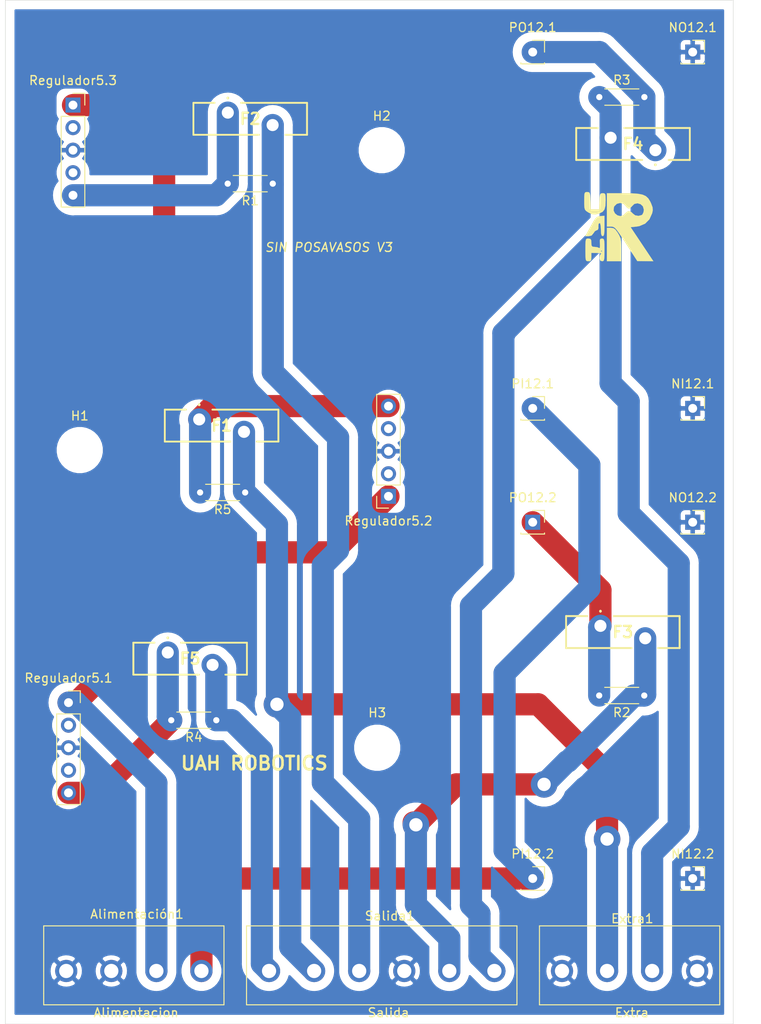
<source format=kicad_pcb>
(kicad_pcb (version 20171130) (host pcbnew "(5.1.10)-1")

  (general
    (thickness 1.6)
    (drawings 30)
    (tracks 118)
    (zones 0)
    (modules 28)
    (nets 20)
  )

  (page A4)
  (layers
    (0 F.Cu signal)
    (31 B.Cu signal)
    (32 B.Adhes user)
    (33 F.Adhes user)
    (34 B.Paste user)
    (35 F.Paste user)
    (36 B.SilkS user)
    (37 F.SilkS user)
    (38 B.Mask user)
    (39 F.Mask user)
    (40 Dwgs.User user)
    (41 Cmts.User user)
    (42 Eco1.User user)
    (43 Eco2.User user)
    (44 Edge.Cuts user)
    (45 Margin user)
    (46 B.CrtYd user)
    (47 F.CrtYd user)
    (48 B.Fab user)
    (49 F.Fab user)
  )

  (setup
    (last_trace_width 2.5)
    (user_trace_width 2.5)
    (trace_clearance 0.2)
    (zone_clearance 1)
    (zone_45_only no)
    (trace_min 0.2)
    (via_size 0.8)
    (via_drill 0.4)
    (via_min_size 0.4)
    (via_min_drill 0.3)
    (user_via 3 1.5)
    (uvia_size 0.3)
    (uvia_drill 0.1)
    (uvias_allowed no)
    (uvia_min_size 0.2)
    (uvia_min_drill 0.1)
    (edge_width 0.05)
    (segment_width 0.2)
    (pcb_text_width 0.3)
    (pcb_text_size 1.5 1.5)
    (mod_edge_width 0.12)
    (mod_text_size 1 1)
    (mod_text_width 0.15)
    (pad_size 1.524 1.524)
    (pad_drill 0.762)
    (pad_to_mask_clearance 0)
    (aux_axis_origin 0 0)
    (visible_elements 7FFFFFFF)
    (pcbplotparams
      (layerselection 0x010fc_ffffffff)
      (usegerberextensions false)
      (usegerberattributes true)
      (usegerberadvancedattributes true)
      (creategerberjobfile true)
      (excludeedgelayer true)
      (linewidth 0.100000)
      (plotframeref false)
      (viasonmask false)
      (mode 1)
      (useauxorigin false)
      (hpglpennumber 1)
      (hpglpenspeed 20)
      (hpglpendiameter 15.000000)
      (psnegative false)
      (psa4output false)
      (plotreference true)
      (plotvalue true)
      (plotinvisibletext false)
      (padsonsilk false)
      (subtractmaskfromsilk false)
      (outputformat 1)
      (mirror false)
      (drillshape 0)
      (scaleselection 1)
      (outputdirectory "gerber/"))
  )

  (net 0 "")
  (net 1 +15V)
  (net 2 +BATT)
  (net 3 GND)
  (net 4 5.1)
  (net 5 5.2)
  (net 6 5.3)
  (net 7 12.1)
  (net 8 12.2)
  (net 9 "Net-(Regulador5.3-Pad2)")
  (net 10 "Net-(Regulador5.3-Pad4)")
  (net 11 "Net-(Regulador5.1-Pad4)")
  (net 12 "Net-(Regulador5.1-Pad2)")
  (net 13 "Net-(Regulador5.2-Pad2)")
  (net 14 "Net-(Regulador5.2-Pad4)")
  (net 15 "Net-(Extra1-Pad2)")
  (net 16 "Net-(Extra1-Pad3)")
  (net 17 "Net-(F2-Pad2)")
  (net 18 "Net-(F3-Pad2)")
  (net 19 "Net-(F5-Pad2)")

  (net_class Default "This is the default net class."
    (clearance 0.2)
    (trace_width 0.25)
    (via_dia 0.8)
    (via_drill 0.4)
    (uvia_dia 0.3)
    (uvia_drill 0.1)
    (add_net +15V)
    (add_net +BATT)
    (add_net 12.1)
    (add_net 12.2)
    (add_net 5.1)
    (add_net 5.2)
    (add_net 5.3)
    (add_net GND)
    (add_net "Net-(Extra1-Pad2)")
    (add_net "Net-(Extra1-Pad3)")
    (add_net "Net-(F2-Pad2)")
    (add_net "Net-(F3-Pad2)")
    (add_net "Net-(F5-Pad2)")
    (add_net "Net-(Regulador5.1-Pad2)")
    (add_net "Net-(Regulador5.1-Pad4)")
    (add_net "Net-(Regulador5.2-Pad2)")
    (add_net "Net-(Regulador5.2-Pad4)")
    (add_net "Net-(Regulador5.3-Pad2)")
    (add_net "Net-(Regulador5.3-Pad4)")
  )

  (module Resistor_THT:R_Axial_DIN0204_L3.6mm_D1.6mm_P5.08mm_Horizontal (layer F.Cu) (tedit 5AE5139B) (tstamp 60AF97B9)
    (at 138.2776 100.4062 180)
    (descr "Resistor, Axial_DIN0204 series, Axial, Horizontal, pin pitch=5.08mm, 0.167W, length*diameter=3.6*1.6mm^2, http://cdn-reichelt.de/documents/datenblatt/B400/1_4W%23YAG.pdf")
    (tags "Resistor Axial_DIN0204 series Axial Horizontal pin pitch 5.08mm 0.167W length 3.6mm diameter 1.6mm")
    (path /60B023C6)
    (fp_text reference R5 (at 2.54 -1.92) (layer F.SilkS)
      (effects (font (size 1 1) (thickness 0.15)))
    )
    (fp_text value R (at 2.54 1.92) (layer F.Fab)
      (effects (font (size 1 1) (thickness 0.15)))
    )
    (fp_line (start 6.03 -1.05) (end -0.95 -1.05) (layer F.CrtYd) (width 0.05))
    (fp_line (start 6.03 1.05) (end 6.03 -1.05) (layer F.CrtYd) (width 0.05))
    (fp_line (start -0.95 1.05) (end 6.03 1.05) (layer F.CrtYd) (width 0.05))
    (fp_line (start -0.95 -1.05) (end -0.95 1.05) (layer F.CrtYd) (width 0.05))
    (fp_line (start 0.62 0.92) (end 4.46 0.92) (layer F.SilkS) (width 0.12))
    (fp_line (start 0.62 -0.92) (end 4.46 -0.92) (layer F.SilkS) (width 0.12))
    (fp_line (start 5.08 0) (end 4.34 0) (layer F.Fab) (width 0.1))
    (fp_line (start 0 0) (end 0.74 0) (layer F.Fab) (width 0.1))
    (fp_line (start 4.34 -0.8) (end 0.74 -0.8) (layer F.Fab) (width 0.1))
    (fp_line (start 4.34 0.8) (end 4.34 -0.8) (layer F.Fab) (width 0.1))
    (fp_line (start 0.74 0.8) (end 4.34 0.8) (layer F.Fab) (width 0.1))
    (fp_line (start 0.74 -0.8) (end 0.74 0.8) (layer F.Fab) (width 0.1))
    (fp_text user %R (at 2.54 0) (layer F.Fab)
      (effects (font (size 0.72 0.72) (thickness 0.108)))
    )
    (pad 2 thru_hole oval (at 5.08 0 180) (size 1.4 1.4) (drill 0.7) (layers *.Cu *.Mask)
      (net 5 5.2))
    (pad 1 thru_hole circle (at 0 0 180) (size 1.4 1.4) (drill 0.7) (layers *.Cu *.Mask)
      (net 15 "Net-(Extra1-Pad2)"))
    (model ${KISYS3DMOD}/Resistor_THT.3dshapes/R_Axial_DIN0204_L3.6mm_D1.6mm_P5.08mm_Horizontal.wrl
      (at (xyz 0 0 0))
      (scale (xyz 1 1 1))
      (rotate (xyz 0 0 0))
    )
  )

  (module Resistor_THT:R_Axial_DIN0204_L3.6mm_D1.6mm_P5.08mm_Horizontal (layer F.Cu) (tedit 5AE5139B) (tstamp 60AF97A6)
    (at 135.0264 126.0602 180)
    (descr "Resistor, Axial_DIN0204 series, Axial, Horizontal, pin pitch=5.08mm, 0.167W, length*diameter=3.6*1.6mm^2, http://cdn-reichelt.de/documents/datenblatt/B400/1_4W%23YAG.pdf")
    (tags "Resistor Axial_DIN0204 series Axial Horizontal pin pitch 5.08mm 0.167W length 3.6mm diameter 1.6mm")
    (path /60AFB4E6)
    (fp_text reference R4 (at 2.54 -1.92) (layer F.SilkS)
      (effects (font (size 1 1) (thickness 0.15)))
    )
    (fp_text value R (at 2.54 1.92) (layer F.Fab)
      (effects (font (size 1 1) (thickness 0.15)))
    )
    (fp_line (start 6.03 -1.05) (end -0.95 -1.05) (layer F.CrtYd) (width 0.05))
    (fp_line (start 6.03 1.05) (end 6.03 -1.05) (layer F.CrtYd) (width 0.05))
    (fp_line (start -0.95 1.05) (end 6.03 1.05) (layer F.CrtYd) (width 0.05))
    (fp_line (start -0.95 -1.05) (end -0.95 1.05) (layer F.CrtYd) (width 0.05))
    (fp_line (start 0.62 0.92) (end 4.46 0.92) (layer F.SilkS) (width 0.12))
    (fp_line (start 0.62 -0.92) (end 4.46 -0.92) (layer F.SilkS) (width 0.12))
    (fp_line (start 5.08 0) (end 4.34 0) (layer F.Fab) (width 0.1))
    (fp_line (start 0 0) (end 0.74 0) (layer F.Fab) (width 0.1))
    (fp_line (start 4.34 -0.8) (end 0.74 -0.8) (layer F.Fab) (width 0.1))
    (fp_line (start 4.34 0.8) (end 4.34 -0.8) (layer F.Fab) (width 0.1))
    (fp_line (start 0.74 0.8) (end 4.34 0.8) (layer F.Fab) (width 0.1))
    (fp_line (start 0.74 -0.8) (end 0.74 0.8) (layer F.Fab) (width 0.1))
    (fp_text user %R (at 2.54 0) (layer F.Fab)
      (effects (font (size 0.72 0.72) (thickness 0.108)))
    )
    (pad 2 thru_hole oval (at 5.08 0 180) (size 1.4 1.4) (drill 0.7) (layers *.Cu *.Mask)
      (net 4 5.1))
    (pad 1 thru_hole circle (at 0 0 180) (size 1.4 1.4) (drill 0.7) (layers *.Cu *.Mask)
      (net 19 "Net-(F5-Pad2)"))
    (model ${KISYS3DMOD}/Resistor_THT.3dshapes/R_Axial_DIN0204_L3.6mm_D1.6mm_P5.08mm_Horizontal.wrl
      (at (xyz 0 0 0))
      (scale (xyz 1 1 1))
      (rotate (xyz 0 0 0))
    )
  )

  (module Resistor_THT:R_Axial_DIN0204_L3.6mm_D1.6mm_P5.08mm_Horizontal (layer F.Cu) (tedit 5AE5139B) (tstamp 60AF9793)
    (at 178.1937 55.8673)
    (descr "Resistor, Axial_DIN0204 series, Axial, Horizontal, pin pitch=5.08mm, 0.167W, length*diameter=3.6*1.6mm^2, http://cdn-reichelt.de/documents/datenblatt/B400/1_4W%23YAG.pdf")
    (tags "Resistor Axial_DIN0204 series Axial Horizontal pin pitch 5.08mm 0.167W length 3.6mm diameter 1.6mm")
    (path /60B02D78)
    (fp_text reference R3 (at 2.54 -1.92) (layer F.SilkS)
      (effects (font (size 1 1) (thickness 0.15)))
    )
    (fp_text value R (at 2.54 1.92) (layer F.Fab)
      (effects (font (size 1 1) (thickness 0.15)))
    )
    (fp_line (start 6.03 -1.05) (end -0.95 -1.05) (layer F.CrtYd) (width 0.05))
    (fp_line (start 6.03 1.05) (end 6.03 -1.05) (layer F.CrtYd) (width 0.05))
    (fp_line (start -0.95 1.05) (end 6.03 1.05) (layer F.CrtYd) (width 0.05))
    (fp_line (start -0.95 -1.05) (end -0.95 1.05) (layer F.CrtYd) (width 0.05))
    (fp_line (start 0.62 0.92) (end 4.46 0.92) (layer F.SilkS) (width 0.12))
    (fp_line (start 0.62 -0.92) (end 4.46 -0.92) (layer F.SilkS) (width 0.12))
    (fp_line (start 5.08 0) (end 4.34 0) (layer F.Fab) (width 0.1))
    (fp_line (start 0 0) (end 0.74 0) (layer F.Fab) (width 0.1))
    (fp_line (start 4.34 -0.8) (end 0.74 -0.8) (layer F.Fab) (width 0.1))
    (fp_line (start 4.34 0.8) (end 4.34 -0.8) (layer F.Fab) (width 0.1))
    (fp_line (start 0.74 0.8) (end 4.34 0.8) (layer F.Fab) (width 0.1))
    (fp_line (start 0.74 -0.8) (end 0.74 0.8) (layer F.Fab) (width 0.1))
    (fp_text user %R (at 2.54 0) (layer F.Fab)
      (effects (font (size 0.72 0.72) (thickness 0.108)))
    )
    (pad 2 thru_hole oval (at 5.08 0) (size 1.4 1.4) (drill 0.7) (layers *.Cu *.Mask)
      (net 8 12.2))
    (pad 1 thru_hole circle (at 0 0) (size 1.4 1.4) (drill 0.7) (layers *.Cu *.Mask)
      (net 16 "Net-(Extra1-Pad3)"))
    (model ${KISYS3DMOD}/Resistor_THT.3dshapes/R_Axial_DIN0204_L3.6mm_D1.6mm_P5.08mm_Horizontal.wrl
      (at (xyz 0 0 0))
      (scale (xyz 1 1 1))
      (rotate (xyz 0 0 0))
    )
  )

  (module Resistor_THT:R_Axial_DIN0204_L3.6mm_D1.6mm_P5.08mm_Horizontal (layer F.Cu) (tedit 5AE5139B) (tstamp 60AF9780)
    (at 183.261 123.2789 180)
    (descr "Resistor, Axial_DIN0204 series, Axial, Horizontal, pin pitch=5.08mm, 0.167W, length*diameter=3.6*1.6mm^2, http://cdn-reichelt.de/documents/datenblatt/B400/1_4W%23YAG.pdf")
    (tags "Resistor Axial_DIN0204 series Axial Horizontal pin pitch 5.08mm 0.167W length 3.6mm diameter 1.6mm")
    (path /60B029D9)
    (fp_text reference R2 (at 2.54 -1.92) (layer F.SilkS)
      (effects (font (size 1 1) (thickness 0.15)))
    )
    (fp_text value R (at 2.54 1.92) (layer F.Fab)
      (effects (font (size 1 1) (thickness 0.15)))
    )
    (fp_line (start 6.03 -1.05) (end -0.95 -1.05) (layer F.CrtYd) (width 0.05))
    (fp_line (start 6.03 1.05) (end 6.03 -1.05) (layer F.CrtYd) (width 0.05))
    (fp_line (start -0.95 1.05) (end 6.03 1.05) (layer F.CrtYd) (width 0.05))
    (fp_line (start -0.95 -1.05) (end -0.95 1.05) (layer F.CrtYd) (width 0.05))
    (fp_line (start 0.62 0.92) (end 4.46 0.92) (layer F.SilkS) (width 0.12))
    (fp_line (start 0.62 -0.92) (end 4.46 -0.92) (layer F.SilkS) (width 0.12))
    (fp_line (start 5.08 0) (end 4.34 0) (layer F.Fab) (width 0.1))
    (fp_line (start 0 0) (end 0.74 0) (layer F.Fab) (width 0.1))
    (fp_line (start 4.34 -0.8) (end 0.74 -0.8) (layer F.Fab) (width 0.1))
    (fp_line (start 4.34 0.8) (end 4.34 -0.8) (layer F.Fab) (width 0.1))
    (fp_line (start 0.74 0.8) (end 4.34 0.8) (layer F.Fab) (width 0.1))
    (fp_line (start 0.74 -0.8) (end 0.74 0.8) (layer F.Fab) (width 0.1))
    (fp_text user %R (at 2.54 0) (layer F.Fab)
      (effects (font (size 0.72 0.72) (thickness 0.108)))
    )
    (pad 2 thru_hole oval (at 5.08 0 180) (size 1.4 1.4) (drill 0.7) (layers *.Cu *.Mask)
      (net 7 12.1))
    (pad 1 thru_hole circle (at 0 0 180) (size 1.4 1.4) (drill 0.7) (layers *.Cu *.Mask)
      (net 18 "Net-(F3-Pad2)"))
    (model ${KISYS3DMOD}/Resistor_THT.3dshapes/R_Axial_DIN0204_L3.6mm_D1.6mm_P5.08mm_Horizontal.wrl
      (at (xyz 0 0 0))
      (scale (xyz 1 1 1))
      (rotate (xyz 0 0 0))
    )
  )

  (module Resistor_THT:R_Axial_DIN0204_L3.6mm_D1.6mm_P5.08mm_Horizontal (layer F.Cu) (tedit 5AE5139B) (tstamp 60AF976D)
    (at 141.3891 65.6209 180)
    (descr "Resistor, Axial_DIN0204 series, Axial, Horizontal, pin pitch=5.08mm, 0.167W, length*diameter=3.6*1.6mm^2, http://cdn-reichelt.de/documents/datenblatt/B400/1_4W%23YAG.pdf")
    (tags "Resistor Axial_DIN0204 series Axial Horizontal pin pitch 5.08mm 0.167W length 3.6mm diameter 1.6mm")
    (path /60B026A5)
    (fp_text reference R1 (at 2.54 -1.92) (layer F.SilkS)
      (effects (font (size 1 1) (thickness 0.15)))
    )
    (fp_text value R (at 2.54 1.92) (layer F.Fab)
      (effects (font (size 1 1) (thickness 0.15)))
    )
    (fp_line (start 6.03 -1.05) (end -0.95 -1.05) (layer F.CrtYd) (width 0.05))
    (fp_line (start 6.03 1.05) (end 6.03 -1.05) (layer F.CrtYd) (width 0.05))
    (fp_line (start -0.95 1.05) (end 6.03 1.05) (layer F.CrtYd) (width 0.05))
    (fp_line (start -0.95 -1.05) (end -0.95 1.05) (layer F.CrtYd) (width 0.05))
    (fp_line (start 0.62 0.92) (end 4.46 0.92) (layer F.SilkS) (width 0.12))
    (fp_line (start 0.62 -0.92) (end 4.46 -0.92) (layer F.SilkS) (width 0.12))
    (fp_line (start 5.08 0) (end 4.34 0) (layer F.Fab) (width 0.1))
    (fp_line (start 0 0) (end 0.74 0) (layer F.Fab) (width 0.1))
    (fp_line (start 4.34 -0.8) (end 0.74 -0.8) (layer F.Fab) (width 0.1))
    (fp_line (start 4.34 0.8) (end 4.34 -0.8) (layer F.Fab) (width 0.1))
    (fp_line (start 0.74 0.8) (end 4.34 0.8) (layer F.Fab) (width 0.1))
    (fp_line (start 0.74 -0.8) (end 0.74 0.8) (layer F.Fab) (width 0.1))
    (fp_text user %R (at 2.54 0) (layer F.Fab)
      (effects (font (size 0.72 0.72) (thickness 0.108)))
    )
    (pad 2 thru_hole oval (at 5.08 0 180) (size 1.4 1.4) (drill 0.7) (layers *.Cu *.Mask)
      (net 6 5.3))
    (pad 1 thru_hole circle (at 0 0 180) (size 1.4 1.4) (drill 0.7) (layers *.Cu *.Mask)
      (net 17 "Net-(F2-Pad2)"))
    (model ${KISYS3DMOD}/Resistor_THT.3dshapes/R_Axial_DIN0204_L3.6mm_D1.6mm_P5.08mm_Horizontal.wrl
      (at (xyz 0 0 0))
      (scale (xyz 1 1 1))
      (rotate (xyz 0 0 0))
    )
  )

  (module AHLR800:AHRL800AP (layer F.Cu) (tedit 0) (tstamp 60AF9612)
    (at 129.5527 118.4275)
    (descr AHRL800-AP-1)
    (tags Fuse)
    (path /60B47A19)
    (fp_text reference F5 (at 2.525 0.7) (layer F.SilkS)
      (effects (font (size 1.27 1.27) (thickness 0.254)))
    )
    (fp_text value AHRL800 (at 2.525 0.7) (layer F.SilkS) hide
      (effects (font (size 1.27 1.27) (thickness 0.254)))
    )
    (fp_line (start 0 -1.6) (end 0 -1.6) (layer F.SilkS) (width 0.2))
    (fp_line (start 0 -1.7) (end 0 -1.7) (layer F.SilkS) (width 0.2))
    (fp_line (start 0 -1.6) (end 0 -1.6) (layer F.SilkS) (width 0.2))
    (fp_line (start 8.925 -1.1) (end 8.925 2.5) (layer F.SilkS) (width 0.2))
    (fp_line (start 8.925 -1.1) (end 8.925 -1.1) (layer F.SilkS) (width 0.2))
    (fp_line (start 8.925 2.5) (end 8.925 -1.1) (layer F.SilkS) (width 0.2))
    (fp_line (start 8.925 2.5) (end 8.925 2.5) (layer F.SilkS) (width 0.2))
    (fp_line (start -3.875 2.5) (end -3.875 -1.1) (layer F.SilkS) (width 0.2))
    (fp_line (start -3.875 2.5) (end -3.875 2.5) (layer F.SilkS) (width 0.2))
    (fp_line (start -3.875 -1.1) (end -3.875 2.5) (layer F.SilkS) (width 0.2))
    (fp_line (start -3.875 -1.1) (end -3.875 -1.1) (layer F.SilkS) (width 0.2))
    (fp_line (start -4.875 3.5) (end -4.875 -2.1) (layer F.CrtYd) (width 0.1))
    (fp_line (start 9.925 3.5) (end -4.875 3.5) (layer F.CrtYd) (width 0.1))
    (fp_line (start 9.925 -2.1) (end 9.925 3.5) (layer F.CrtYd) (width 0.1))
    (fp_line (start -4.875 -2.1) (end 9.925 -2.1) (layer F.CrtYd) (width 0.1))
    (fp_line (start 8.925 -1.1) (end 8.925 -1.1) (layer F.SilkS) (width 0.2))
    (fp_line (start 1.5 -1.1) (end 8.925 -1.1) (layer F.SilkS) (width 0.2))
    (fp_line (start 1.5 -1.1) (end 1.5 -1.1) (layer F.SilkS) (width 0.2))
    (fp_line (start 8.925 -1.1) (end 1.5 -1.1) (layer F.SilkS) (width 0.2))
    (fp_line (start 6.5 2.5) (end 6.5 2.5) (layer F.SilkS) (width 0.2))
    (fp_line (start 8.925 2.5) (end 6.5 2.5) (layer F.SilkS) (width 0.2))
    (fp_line (start 8.925 2.5) (end 8.925 2.5) (layer F.SilkS) (width 0.2))
    (fp_line (start 6.5 2.5) (end 8.925 2.5) (layer F.SilkS) (width 0.2))
    (fp_line (start -3.875 2.5) (end -3.875 2.5) (layer F.SilkS) (width 0.2))
    (fp_line (start 3.5 2.5) (end -3.875 2.5) (layer F.SilkS) (width 0.2))
    (fp_line (start 3.5 2.5) (end 3.5 2.5) (layer F.SilkS) (width 0.2))
    (fp_line (start -3.875 2.5) (end 3.5 2.5) (layer F.SilkS) (width 0.2))
    (fp_line (start -1.5 -1.1) (end -1.5 -1.1) (layer F.SilkS) (width 0.2))
    (fp_line (start -3.875 -1.1) (end -1.5 -1.1) (layer F.SilkS) (width 0.2))
    (fp_line (start -3.875 -1.1) (end -3.875 -1.1) (layer F.SilkS) (width 0.2))
    (fp_line (start -1.5 -1.1) (end -3.875 -1.1) (layer F.SilkS) (width 0.2))
    (fp_line (start -3.875 -1.1) (end -3.875 2.5) (layer F.Fab) (width 0.1))
    (fp_line (start 8.925 -1.1) (end -3.875 -1.1) (layer F.Fab) (width 0.1))
    (fp_line (start 8.925 2.5) (end 8.925 -1.1) (layer F.Fab) (width 0.1))
    (fp_line (start -3.875 2.5) (end 8.925 2.5) (layer F.Fab) (width 0.1))
    (fp_arc (start 0 -1.65) (end 0 -1.6) (angle -180) (layer F.SilkS) (width 0.2))
    (fp_arc (start 0 -1.65) (end 0 -1.7) (angle -180) (layer F.SilkS) (width 0.2))
    (fp_arc (start 0 -1.65) (end 0 -1.6) (angle -180) (layer F.SilkS) (width 0.2))
    (fp_text user %R (at 2.525 0.7) (layer F.Fab)
      (effects (font (size 1.27 1.27) (thickness 0.254)))
    )
    (pad 2 thru_hole circle (at 5.05 1.4) (size 2 2) (drill 1.36) (layers *.Cu *.Mask)
      (net 19 "Net-(F5-Pad2)"))
    (pad 1 thru_hole circle (at 0 0) (size 2 2) (drill 1.36) (layers *.Cu *.Mask)
      (net 4 5.1))
    (model AHRL800.stp
      (at (xyz 0 0 0))
      (scale (xyz 1 1 1))
      (rotate (xyz 0 0 0))
    )
  )

  (module AHLR800:AHRL800AP (layer F.Cu) (tedit 0) (tstamp 60AF95E5)
    (at 184.5183 61.849 180)
    (descr AHRL800-AP-1)
    (tags Fuse)
    (path /60B4F17D)
    (fp_text reference F4 (at 2.525 0.7) (layer F.SilkS)
      (effects (font (size 1.27 1.27) (thickness 0.254)))
    )
    (fp_text value AHRL800 (at 2.525 0.7) (layer F.SilkS) hide
      (effects (font (size 1.27 1.27) (thickness 0.254)))
    )
    (fp_line (start 0 -1.6) (end 0 -1.6) (layer F.SilkS) (width 0.2))
    (fp_line (start 0 -1.7) (end 0 -1.7) (layer F.SilkS) (width 0.2))
    (fp_line (start 0 -1.6) (end 0 -1.6) (layer F.SilkS) (width 0.2))
    (fp_line (start 8.925 -1.1) (end 8.925 2.5) (layer F.SilkS) (width 0.2))
    (fp_line (start 8.925 -1.1) (end 8.925 -1.1) (layer F.SilkS) (width 0.2))
    (fp_line (start 8.925 2.5) (end 8.925 -1.1) (layer F.SilkS) (width 0.2))
    (fp_line (start 8.925 2.5) (end 8.925 2.5) (layer F.SilkS) (width 0.2))
    (fp_line (start -3.875 2.5) (end -3.875 -1.1) (layer F.SilkS) (width 0.2))
    (fp_line (start -3.875 2.5) (end -3.875 2.5) (layer F.SilkS) (width 0.2))
    (fp_line (start -3.875 -1.1) (end -3.875 2.5) (layer F.SilkS) (width 0.2))
    (fp_line (start -3.875 -1.1) (end -3.875 -1.1) (layer F.SilkS) (width 0.2))
    (fp_line (start -4.875 3.5) (end -4.875 -2.1) (layer F.CrtYd) (width 0.1))
    (fp_line (start 9.925 3.5) (end -4.875 3.5) (layer F.CrtYd) (width 0.1))
    (fp_line (start 9.925 -2.1) (end 9.925 3.5) (layer F.CrtYd) (width 0.1))
    (fp_line (start -4.875 -2.1) (end 9.925 -2.1) (layer F.CrtYd) (width 0.1))
    (fp_line (start 8.925 -1.1) (end 8.925 -1.1) (layer F.SilkS) (width 0.2))
    (fp_line (start 1.5 -1.1) (end 8.925 -1.1) (layer F.SilkS) (width 0.2))
    (fp_line (start 1.5 -1.1) (end 1.5 -1.1) (layer F.SilkS) (width 0.2))
    (fp_line (start 8.925 -1.1) (end 1.5 -1.1) (layer F.SilkS) (width 0.2))
    (fp_line (start 6.5 2.5) (end 6.5 2.5) (layer F.SilkS) (width 0.2))
    (fp_line (start 8.925 2.5) (end 6.5 2.5) (layer F.SilkS) (width 0.2))
    (fp_line (start 8.925 2.5) (end 8.925 2.5) (layer F.SilkS) (width 0.2))
    (fp_line (start 6.5 2.5) (end 8.925 2.5) (layer F.SilkS) (width 0.2))
    (fp_line (start -3.875 2.5) (end -3.875 2.5) (layer F.SilkS) (width 0.2))
    (fp_line (start 3.5 2.5) (end -3.875 2.5) (layer F.SilkS) (width 0.2))
    (fp_line (start 3.5 2.5) (end 3.5 2.5) (layer F.SilkS) (width 0.2))
    (fp_line (start -3.875 2.5) (end 3.5 2.5) (layer F.SilkS) (width 0.2))
    (fp_line (start -1.5 -1.1) (end -1.5 -1.1) (layer F.SilkS) (width 0.2))
    (fp_line (start -3.875 -1.1) (end -1.5 -1.1) (layer F.SilkS) (width 0.2))
    (fp_line (start -3.875 -1.1) (end -3.875 -1.1) (layer F.SilkS) (width 0.2))
    (fp_line (start -1.5 -1.1) (end -3.875 -1.1) (layer F.SilkS) (width 0.2))
    (fp_line (start -3.875 -1.1) (end -3.875 2.5) (layer F.Fab) (width 0.1))
    (fp_line (start 8.925 -1.1) (end -3.875 -1.1) (layer F.Fab) (width 0.1))
    (fp_line (start 8.925 2.5) (end 8.925 -1.1) (layer F.Fab) (width 0.1))
    (fp_line (start -3.875 2.5) (end 8.925 2.5) (layer F.Fab) (width 0.1))
    (fp_arc (start 0 -1.65) (end 0 -1.6) (angle -180) (layer F.SilkS) (width 0.2))
    (fp_arc (start 0 -1.65) (end 0 -1.7) (angle -180) (layer F.SilkS) (width 0.2))
    (fp_arc (start 0 -1.65) (end 0 -1.6) (angle -180) (layer F.SilkS) (width 0.2))
    (fp_text user %R (at 2.525 0.7) (layer F.Fab)
      (effects (font (size 1.27 1.27) (thickness 0.254)))
    )
    (pad 2 thru_hole circle (at 5.05 1.4 180) (size 2 2) (drill 1.36) (layers *.Cu *.Mask)
      (net 16 "Net-(Extra1-Pad3)"))
    (pad 1 thru_hole circle (at 0 0 180) (size 2 2) (drill 1.36) (layers *.Cu *.Mask)
      (net 8 12.2))
    (model AHRL800.stp
      (at (xyz 0 0 0))
      (scale (xyz 1 1 1))
      (rotate (xyz 0 0 0))
    )
  )

  (module AHLR800:AHRL800AP (layer F.Cu) (tedit 0) (tstamp 60AF95B8)
    (at 178.3207 115.4303)
    (descr AHRL800-AP-1)
    (tags Fuse)
    (path /60B4ED65)
    (fp_text reference F3 (at 2.525 0.7) (layer F.SilkS)
      (effects (font (size 1.27 1.27) (thickness 0.254)))
    )
    (fp_text value AHRL800 (at 2.525 0.7) (layer F.SilkS) hide
      (effects (font (size 1.27 1.27) (thickness 0.254)))
    )
    (fp_line (start 0 -1.6) (end 0 -1.6) (layer F.SilkS) (width 0.2))
    (fp_line (start 0 -1.7) (end 0 -1.7) (layer F.SilkS) (width 0.2))
    (fp_line (start 0 -1.6) (end 0 -1.6) (layer F.SilkS) (width 0.2))
    (fp_line (start 8.925 -1.1) (end 8.925 2.5) (layer F.SilkS) (width 0.2))
    (fp_line (start 8.925 -1.1) (end 8.925 -1.1) (layer F.SilkS) (width 0.2))
    (fp_line (start 8.925 2.5) (end 8.925 -1.1) (layer F.SilkS) (width 0.2))
    (fp_line (start 8.925 2.5) (end 8.925 2.5) (layer F.SilkS) (width 0.2))
    (fp_line (start -3.875 2.5) (end -3.875 -1.1) (layer F.SilkS) (width 0.2))
    (fp_line (start -3.875 2.5) (end -3.875 2.5) (layer F.SilkS) (width 0.2))
    (fp_line (start -3.875 -1.1) (end -3.875 2.5) (layer F.SilkS) (width 0.2))
    (fp_line (start -3.875 -1.1) (end -3.875 -1.1) (layer F.SilkS) (width 0.2))
    (fp_line (start -4.875 3.5) (end -4.875 -2.1) (layer F.CrtYd) (width 0.1))
    (fp_line (start 9.925 3.5) (end -4.875 3.5) (layer F.CrtYd) (width 0.1))
    (fp_line (start 9.925 -2.1) (end 9.925 3.5) (layer F.CrtYd) (width 0.1))
    (fp_line (start -4.875 -2.1) (end 9.925 -2.1) (layer F.CrtYd) (width 0.1))
    (fp_line (start 8.925 -1.1) (end 8.925 -1.1) (layer F.SilkS) (width 0.2))
    (fp_line (start 1.5 -1.1) (end 8.925 -1.1) (layer F.SilkS) (width 0.2))
    (fp_line (start 1.5 -1.1) (end 1.5 -1.1) (layer F.SilkS) (width 0.2))
    (fp_line (start 8.925 -1.1) (end 1.5 -1.1) (layer F.SilkS) (width 0.2))
    (fp_line (start 6.5 2.5) (end 6.5 2.5) (layer F.SilkS) (width 0.2))
    (fp_line (start 8.925 2.5) (end 6.5 2.5) (layer F.SilkS) (width 0.2))
    (fp_line (start 8.925 2.5) (end 8.925 2.5) (layer F.SilkS) (width 0.2))
    (fp_line (start 6.5 2.5) (end 8.925 2.5) (layer F.SilkS) (width 0.2))
    (fp_line (start -3.875 2.5) (end -3.875 2.5) (layer F.SilkS) (width 0.2))
    (fp_line (start 3.5 2.5) (end -3.875 2.5) (layer F.SilkS) (width 0.2))
    (fp_line (start 3.5 2.5) (end 3.5 2.5) (layer F.SilkS) (width 0.2))
    (fp_line (start -3.875 2.5) (end 3.5 2.5) (layer F.SilkS) (width 0.2))
    (fp_line (start -1.5 -1.1) (end -1.5 -1.1) (layer F.SilkS) (width 0.2))
    (fp_line (start -3.875 -1.1) (end -1.5 -1.1) (layer F.SilkS) (width 0.2))
    (fp_line (start -3.875 -1.1) (end -3.875 -1.1) (layer F.SilkS) (width 0.2))
    (fp_line (start -1.5 -1.1) (end -3.875 -1.1) (layer F.SilkS) (width 0.2))
    (fp_line (start -3.875 -1.1) (end -3.875 2.5) (layer F.Fab) (width 0.1))
    (fp_line (start 8.925 -1.1) (end -3.875 -1.1) (layer F.Fab) (width 0.1))
    (fp_line (start 8.925 2.5) (end 8.925 -1.1) (layer F.Fab) (width 0.1))
    (fp_line (start -3.875 2.5) (end 8.925 2.5) (layer F.Fab) (width 0.1))
    (fp_arc (start 0 -1.65) (end 0 -1.6) (angle -180) (layer F.SilkS) (width 0.2))
    (fp_arc (start 0 -1.65) (end 0 -1.7) (angle -180) (layer F.SilkS) (width 0.2))
    (fp_arc (start 0 -1.65) (end 0 -1.6) (angle -180) (layer F.SilkS) (width 0.2))
    (fp_text user %R (at 2.525 0.7) (layer F.Fab)
      (effects (font (size 1.27 1.27) (thickness 0.254)))
    )
    (pad 2 thru_hole circle (at 5.05 1.4) (size 2 2) (drill 1.36) (layers *.Cu *.Mask)
      (net 18 "Net-(F3-Pad2)"))
    (pad 1 thru_hole circle (at 0 0) (size 2 2) (drill 1.36) (layers *.Cu *.Mask)
      (net 7 12.1))
    (model AHRL800.stp
      (at (xyz 0 0 0))
      (scale (xyz 1 1 1))
      (rotate (xyz 0 0 0))
    )
  )

  (module AHLR800:AHRL800AP (layer F.Cu) (tedit 0) (tstamp 60AF958B)
    (at 136.3218 57.6199)
    (descr AHRL800-AP-1)
    (tags Fuse)
    (path /60B4E888)
    (fp_text reference F2 (at 2.525 0.7) (layer F.SilkS)
      (effects (font (size 1.27 1.27) (thickness 0.254)))
    )
    (fp_text value AHRL800 (at 2.525 0.7) (layer F.SilkS) hide
      (effects (font (size 1.27 1.27) (thickness 0.254)))
    )
    (fp_line (start 0 -1.6) (end 0 -1.6) (layer F.SilkS) (width 0.2))
    (fp_line (start 0 -1.7) (end 0 -1.7) (layer F.SilkS) (width 0.2))
    (fp_line (start 0 -1.6) (end 0 -1.6) (layer F.SilkS) (width 0.2))
    (fp_line (start 8.925 -1.1) (end 8.925 2.5) (layer F.SilkS) (width 0.2))
    (fp_line (start 8.925 -1.1) (end 8.925 -1.1) (layer F.SilkS) (width 0.2))
    (fp_line (start 8.925 2.5) (end 8.925 -1.1) (layer F.SilkS) (width 0.2))
    (fp_line (start 8.925 2.5) (end 8.925 2.5) (layer F.SilkS) (width 0.2))
    (fp_line (start -3.875 2.5) (end -3.875 -1.1) (layer F.SilkS) (width 0.2))
    (fp_line (start -3.875 2.5) (end -3.875 2.5) (layer F.SilkS) (width 0.2))
    (fp_line (start -3.875 -1.1) (end -3.875 2.5) (layer F.SilkS) (width 0.2))
    (fp_line (start -3.875 -1.1) (end -3.875 -1.1) (layer F.SilkS) (width 0.2))
    (fp_line (start -4.875 3.5) (end -4.875 -2.1) (layer F.CrtYd) (width 0.1))
    (fp_line (start 9.925 3.5) (end -4.875 3.5) (layer F.CrtYd) (width 0.1))
    (fp_line (start 9.925 -2.1) (end 9.925 3.5) (layer F.CrtYd) (width 0.1))
    (fp_line (start -4.875 -2.1) (end 9.925 -2.1) (layer F.CrtYd) (width 0.1))
    (fp_line (start 8.925 -1.1) (end 8.925 -1.1) (layer F.SilkS) (width 0.2))
    (fp_line (start 1.5 -1.1) (end 8.925 -1.1) (layer F.SilkS) (width 0.2))
    (fp_line (start 1.5 -1.1) (end 1.5 -1.1) (layer F.SilkS) (width 0.2))
    (fp_line (start 8.925 -1.1) (end 1.5 -1.1) (layer F.SilkS) (width 0.2))
    (fp_line (start 6.5 2.5) (end 6.5 2.5) (layer F.SilkS) (width 0.2))
    (fp_line (start 8.925 2.5) (end 6.5 2.5) (layer F.SilkS) (width 0.2))
    (fp_line (start 8.925 2.5) (end 8.925 2.5) (layer F.SilkS) (width 0.2))
    (fp_line (start 6.5 2.5) (end 8.925 2.5) (layer F.SilkS) (width 0.2))
    (fp_line (start -3.875 2.5) (end -3.875 2.5) (layer F.SilkS) (width 0.2))
    (fp_line (start 3.5 2.5) (end -3.875 2.5) (layer F.SilkS) (width 0.2))
    (fp_line (start 3.5 2.5) (end 3.5 2.5) (layer F.SilkS) (width 0.2))
    (fp_line (start -3.875 2.5) (end 3.5 2.5) (layer F.SilkS) (width 0.2))
    (fp_line (start -1.5 -1.1) (end -1.5 -1.1) (layer F.SilkS) (width 0.2))
    (fp_line (start -3.875 -1.1) (end -1.5 -1.1) (layer F.SilkS) (width 0.2))
    (fp_line (start -3.875 -1.1) (end -3.875 -1.1) (layer F.SilkS) (width 0.2))
    (fp_line (start -1.5 -1.1) (end -3.875 -1.1) (layer F.SilkS) (width 0.2))
    (fp_line (start -3.875 -1.1) (end -3.875 2.5) (layer F.Fab) (width 0.1))
    (fp_line (start 8.925 -1.1) (end -3.875 -1.1) (layer F.Fab) (width 0.1))
    (fp_line (start 8.925 2.5) (end 8.925 -1.1) (layer F.Fab) (width 0.1))
    (fp_line (start -3.875 2.5) (end 8.925 2.5) (layer F.Fab) (width 0.1))
    (fp_arc (start 0 -1.65) (end 0 -1.6) (angle -180) (layer F.SilkS) (width 0.2))
    (fp_arc (start 0 -1.65) (end 0 -1.7) (angle -180) (layer F.SilkS) (width 0.2))
    (fp_arc (start 0 -1.65) (end 0 -1.6) (angle -180) (layer F.SilkS) (width 0.2))
    (fp_text user %R (at 2.525 0.7) (layer F.Fab)
      (effects (font (size 1.27 1.27) (thickness 0.254)))
    )
    (pad 2 thru_hole circle (at 5.05 1.4) (size 2 2) (drill 1.36) (layers *.Cu *.Mask)
      (net 17 "Net-(F2-Pad2)"))
    (pad 1 thru_hole circle (at 0 0) (size 2 2) (drill 1.36) (layers *.Cu *.Mask)
      (net 6 5.3))
    (model AHRL800.stp
      (at (xyz 0 0 0))
      (scale (xyz 1 1 1))
      (rotate (xyz 0 0 0))
    )
  )

  (module AHLR800:AHRL800AP (layer F.Cu) (tedit 0) (tstamp 60AF955E)
    (at 133.096 92.1766)
    (descr AHRL800-AP-1)
    (tags Fuse)
    (path /60B4E2AC)
    (fp_text reference F1 (at 2.525 0.7) (layer F.SilkS)
      (effects (font (size 1.27 1.27) (thickness 0.254)))
    )
    (fp_text value AHRL800 (at 2.525 0.7) (layer F.SilkS) hide
      (effects (font (size 1.27 1.27) (thickness 0.254)))
    )
    (fp_line (start 0 -1.6) (end 0 -1.6) (layer F.SilkS) (width 0.2))
    (fp_line (start 0 -1.7) (end 0 -1.7) (layer F.SilkS) (width 0.2))
    (fp_line (start 0 -1.6) (end 0 -1.6) (layer F.SilkS) (width 0.2))
    (fp_line (start 8.925 -1.1) (end 8.925 2.5) (layer F.SilkS) (width 0.2))
    (fp_line (start 8.925 -1.1) (end 8.925 -1.1) (layer F.SilkS) (width 0.2))
    (fp_line (start 8.925 2.5) (end 8.925 -1.1) (layer F.SilkS) (width 0.2))
    (fp_line (start 8.925 2.5) (end 8.925 2.5) (layer F.SilkS) (width 0.2))
    (fp_line (start -3.875 2.5) (end -3.875 -1.1) (layer F.SilkS) (width 0.2))
    (fp_line (start -3.875 2.5) (end -3.875 2.5) (layer F.SilkS) (width 0.2))
    (fp_line (start -3.875 -1.1) (end -3.875 2.5) (layer F.SilkS) (width 0.2))
    (fp_line (start -3.875 -1.1) (end -3.875 -1.1) (layer F.SilkS) (width 0.2))
    (fp_line (start -4.875 3.5) (end -4.875 -2.1) (layer F.CrtYd) (width 0.1))
    (fp_line (start 9.925 3.5) (end -4.875 3.5) (layer F.CrtYd) (width 0.1))
    (fp_line (start 9.925 -2.1) (end 9.925 3.5) (layer F.CrtYd) (width 0.1))
    (fp_line (start -4.875 -2.1) (end 9.925 -2.1) (layer F.CrtYd) (width 0.1))
    (fp_line (start 8.925 -1.1) (end 8.925 -1.1) (layer F.SilkS) (width 0.2))
    (fp_line (start 1.5 -1.1) (end 8.925 -1.1) (layer F.SilkS) (width 0.2))
    (fp_line (start 1.5 -1.1) (end 1.5 -1.1) (layer F.SilkS) (width 0.2))
    (fp_line (start 8.925 -1.1) (end 1.5 -1.1) (layer F.SilkS) (width 0.2))
    (fp_line (start 6.5 2.5) (end 6.5 2.5) (layer F.SilkS) (width 0.2))
    (fp_line (start 8.925 2.5) (end 6.5 2.5) (layer F.SilkS) (width 0.2))
    (fp_line (start 8.925 2.5) (end 8.925 2.5) (layer F.SilkS) (width 0.2))
    (fp_line (start 6.5 2.5) (end 8.925 2.5) (layer F.SilkS) (width 0.2))
    (fp_line (start -3.875 2.5) (end -3.875 2.5) (layer F.SilkS) (width 0.2))
    (fp_line (start 3.5 2.5) (end -3.875 2.5) (layer F.SilkS) (width 0.2))
    (fp_line (start 3.5 2.5) (end 3.5 2.5) (layer F.SilkS) (width 0.2))
    (fp_line (start -3.875 2.5) (end 3.5 2.5) (layer F.SilkS) (width 0.2))
    (fp_line (start -1.5 -1.1) (end -1.5 -1.1) (layer F.SilkS) (width 0.2))
    (fp_line (start -3.875 -1.1) (end -1.5 -1.1) (layer F.SilkS) (width 0.2))
    (fp_line (start -3.875 -1.1) (end -3.875 -1.1) (layer F.SilkS) (width 0.2))
    (fp_line (start -1.5 -1.1) (end -3.875 -1.1) (layer F.SilkS) (width 0.2))
    (fp_line (start -3.875 -1.1) (end -3.875 2.5) (layer F.Fab) (width 0.1))
    (fp_line (start 8.925 -1.1) (end -3.875 -1.1) (layer F.Fab) (width 0.1))
    (fp_line (start 8.925 2.5) (end 8.925 -1.1) (layer F.Fab) (width 0.1))
    (fp_line (start -3.875 2.5) (end 8.925 2.5) (layer F.Fab) (width 0.1))
    (fp_arc (start 0 -1.65) (end 0 -1.6) (angle -180) (layer F.SilkS) (width 0.2))
    (fp_arc (start 0 -1.65) (end 0 -1.7) (angle -180) (layer F.SilkS) (width 0.2))
    (fp_arc (start 0 -1.65) (end 0 -1.6) (angle -180) (layer F.SilkS) (width 0.2))
    (fp_text user %R (at 2.525 0.7) (layer F.Fab)
      (effects (font (size 1.27 1.27) (thickness 0.254)))
    )
    (pad 2 thru_hole circle (at 5.05 1.4) (size 2 2) (drill 1.36) (layers *.Cu *.Mask)
      (net 15 "Net-(Extra1-Pad2)"))
    (pad 1 thru_hole circle (at 0 0) (size 2 2) (drill 1.36) (layers *.Cu *.Mask)
      (net 5 5.2))
    (model AHRL800.stp
      (at (xyz 0 0 0))
      (scale (xyz 1 1 1))
      (rotate (xyz 0 0 0))
    )
  )

  (module Conector_Eurobot:Conector_6p_5.08 (layer F.Cu) (tedit 60782A58) (tstamp 60788BF1)
    (at 153.67 154.305)
    (path /5FD79E25)
    (fp_text reference Salida1 (at 0.9144 -6.1976 180) (layer F.SilkS)
      (effects (font (size 1 1) (thickness 0.15)))
    )
    (fp_text value Screw_Terminal_01x06 (at 0 -0.5 180) (layer F.Fab)
      (effects (font (size 1 1) (thickness 0.15)))
    )
    (fp_line (start 15.24 3.81) (end 15.24 2.54) (layer F.SilkS) (width 0.12))
    (fp_line (start -15.24 3.81) (end 15.24 3.81) (layer F.SilkS) (width 0.12))
    (fp_line (start -15.24 2.54) (end -15.24 3.81) (layer F.SilkS) (width 0.12))
    (fp_line (start -15.24 0) (end -15.24 2.54) (layer F.SilkS) (width 0.12))
    (fp_line (start 15.24 -5.08) (end 15.24 2.54) (layer F.SilkS) (width 0.12))
    (fp_line (start -15.24 -5.08) (end 15.24 -5.08) (layer F.SilkS) (width 0.12))
    (fp_line (start -15.24 0) (end -15.24 -5.08) (layer F.SilkS) (width 0.12))
    (fp_text user Conector_4p_5.08 (at 0 -0.5) (layer F.Fab)
      (effects (font (size 1 1) (thickness 0.15)))
    )
    (pad 6 thru_hole circle (at 12.7 0) (size 2.5 2.5) (drill 1.6) (layers *.Cu *.Mask)
      (net 16 "Net-(Extra1-Pad3)"))
    (pad 1 thru_hole circle (at -12.7 0) (size 2.5 2.5) (drill 1.6) (layers *.Cu *.Mask)
      (net 19 "Net-(F5-Pad2)"))
    (pad 2 thru_hole circle (at -7.62 0) (size 2.5 2.5) (drill 1.6) (layers *.Cu *.Mask)
      (net 15 "Net-(Extra1-Pad2)"))
    (pad 4 thru_hole circle (at 2.54 0) (size 2.5 2.5) (drill 1.6) (layers *.Cu *.Mask)
      (net 3 GND))
    (pad 3 thru_hole circle (at -2.54 0) (size 2.5 2.5) (drill 1.6) (layers *.Cu *.Mask)
      (net 17 "Net-(F2-Pad2)"))
    (pad 5 thru_hole circle (at 7.62 0) (size 2.5 2.5) (drill 1.6) (layers *.Cu *.Mask)
      (net 18 "Net-(F3-Pad2)"))
  )

  (module Conector_Eurobot:Conector_4p_5.08 (layer F.Cu) (tedit 60782A32) (tstamp 60788D83)
    (at 181.61 154.305)
    (path /5F9C2749)
    (fp_text reference Extra1 (at 0.3048 -5.8928 180) (layer F.SilkS)
      (effects (font (size 1 1) (thickness 0.15)))
    )
    (fp_text value Screw_Terminal_01x04 (at 0 -0.5) (layer F.Fab)
      (effects (font (size 1 1) (thickness 0.15)))
    )
    (fp_line (start 10.16 2.54) (end 10.16 3.81) (layer F.SilkS) (width 0.12))
    (fp_line (start -10.16 3.81) (end 10.16 3.81) (layer F.SilkS) (width 0.12))
    (fp_line (start -10.16 2.54) (end -10.16 3.81) (layer F.SilkS) (width 0.12))
    (fp_line (start -10.16 0) (end -10.16 2.54) (layer F.SilkS) (width 0.12))
    (fp_line (start 10.16 -5.08) (end 10.16 2.54) (layer F.SilkS) (width 0.12))
    (fp_line (start -10.16 -5.08) (end 10.16 -5.08) (layer F.SilkS) (width 0.12))
    (fp_line (start -10.16 0) (end -10.16 -5.08) (layer F.SilkS) (width 0.12))
    (pad 4 thru_hole circle (at 7.62 0) (size 2.5 2.5) (drill 1.6) (layers *.Cu *.Mask)
      (net 3 GND))
    (pad 2 thru_hole circle (at -2.54 0) (size 2.5 2.5) (drill 1.6) (layers *.Cu *.Mask)
      (net 15 "Net-(Extra1-Pad2)"))
    (pad 3 thru_hole circle (at 2.54 0) (size 2.5 2.5) (drill 1.6) (layers *.Cu *.Mask)
      (net 16 "Net-(Extra1-Pad3)"))
    (pad 1 thru_hole circle (at -7.62 0) (size 2.5 2.5) (drill 1.6) (layers *.Cu *.Mask)
      (net 3 GND))
  )

  (module Conector_Eurobot:Conector_4p_5.08 (layer F.Cu) (tedit 60782A32) (tstamp 60788C2A)
    (at 125.73 154.305)
    (path /5F9BFAA0)
    (fp_text reference Alimentación1 (at 0.3556 -6.4008 180) (layer F.SilkS)
      (effects (font (size 1 1) (thickness 0.15)))
    )
    (fp_text value Screw_Terminal_01x04 (at 0 -0.5) (layer F.Fab)
      (effects (font (size 1 1) (thickness 0.15)))
    )
    (fp_line (start 10.16 2.54) (end 10.16 3.81) (layer F.SilkS) (width 0.12))
    (fp_line (start -10.16 3.81) (end 10.16 3.81) (layer F.SilkS) (width 0.12))
    (fp_line (start -10.16 2.54) (end -10.16 3.81) (layer F.SilkS) (width 0.12))
    (fp_line (start -10.16 0) (end -10.16 2.54) (layer F.SilkS) (width 0.12))
    (fp_line (start 10.16 -5.08) (end 10.16 2.54) (layer F.SilkS) (width 0.12))
    (fp_line (start -10.16 -5.08) (end 10.16 -5.08) (layer F.SilkS) (width 0.12))
    (fp_line (start -10.16 0) (end -10.16 -5.08) (layer F.SilkS) (width 0.12))
    (pad 4 thru_hole circle (at 7.62 0) (size 2.5 2.5) (drill 1.6) (layers *.Cu *.Mask)
      (net 1 +15V))
    (pad 2 thru_hole circle (at -2.54 0) (size 2.5 2.5) (drill 1.6) (layers *.Cu *.Mask)
      (net 3 GND))
    (pad 3 thru_hole circle (at 2.54 0) (size 2.5 2.5) (drill 1.6) (layers *.Cu *.Mask)
      (net 2 +BATT))
    (pad 1 thru_hole circle (at -7.62 0) (size 2.5 2.5) (drill 1.6) (layers *.Cu *.Mask)
      (net 3 GND))
  )

  (module logo:logo (layer F.Cu) (tedit 0) (tstamp 5FD658EB)
    (at 180.3908 70.4596)
    (fp_text reference G*** (at 14.4145 0.127) (layer F.SilkS) hide
      (effects (font (size 1.524 1.524) (thickness 0.3)))
    )
    (fp_text value LOGO (at 14.5415 -3.937) (layer F.SilkS) hide
      (effects (font (size 1.524 1.524) (thickness 0.3)))
    )
    (fp_poly (pts (xy -3.396406 -3.881774) (xy -3.294306 -3.796742) (xy -3.239176 -3.584821) (xy -3.20923 -3.188573)
      (xy -3.197687 -2.923016) (xy -3.158201 -1.948677) (xy -2.21746 -1.948677) (xy -2.177722 -2.85582)
      (xy -2.150396 -3.336853) (xy -2.105318 -3.608629) (xy -2.018268 -3.730598) (xy -1.865026 -3.762208)
      (xy -1.808145 -3.762963) (xy -1.626045 -3.745341) (xy -1.527294 -3.650656) (xy -1.486511 -3.416183)
      (xy -1.478317 -2.979194) (xy -1.478307 -2.947779) (xy -1.507303 -2.333674) (xy -1.612706 -1.925553)
      (xy -1.822142 -1.665083) (xy -2.163235 -1.493928) (xy -2.167482 -1.492443) (xy -2.63153 -1.366555)
      (xy -2.99291 -1.38651) (xy -3.382033 -1.564289) (xy -3.460582 -1.611225) (xy -3.682878 -1.758279)
      (xy -3.813088 -1.910172) (xy -3.875834 -2.138841) (xy -3.895733 -2.516225) (xy -3.897354 -2.887443)
      (xy -3.89303 -3.400808) (xy -3.867739 -3.70194) (xy -3.802999 -3.847378) (xy -3.680333 -3.893659)
      (xy -3.567263 -3.897354) (xy -3.396406 -3.881774)) (layer F.SilkS) (width 0.01))
    (fp_poly (pts (xy -1.612698 -0.075308) (xy -1.621208 0.498111) (xy -1.652192 0.849845) (xy -1.713839 1.026613)
      (xy -1.814286 1.075132) (xy -1.935855 1.008773) (xy -1.998444 0.775921) (xy -2.015873 0.335979)
      (xy -2.037966 -0.068807) (xy -2.094957 -0.337285) (xy -2.150265 -0.403175) (xy -2.277433 -0.304487)
      (xy -2.304025 0.01003) (xy -2.291684 0.167989) (xy -2.36797 0.367782) (xy -2.480677 0.403175)
      (xy -2.68855 0.513696) (xy -2.846675 0.739153) (xy -3.063148 1.005383) (xy -3.38926 1.075132)
      (xy -3.778763 1.075132) (xy -3.172827 -0.033598) (xy -2.881439 -0.554557) (xy -2.669333 -0.88348)
      (xy -2.492464 -1.06715) (xy -2.306791 -1.152353) (xy -2.089795 -1.184039) (xy -1.612698 -1.225749)
      (xy -1.612698 -0.075308)) (layer F.SilkS) (width 0.01))
    (fp_poly (pts (xy 0.571164 -3.762461) (xy 1.486629 -3.749659) (xy 2.176901 -3.70116) (xy 2.684845 -3.601005)
      (xy 3.053327 -3.433233) (xy 3.325211 -3.181884) (xy 3.543363 -2.830999) (xy 3.643313 -2.618608)
      (xy 3.803416 -2.189067) (xy 3.834063 -1.848301) (xy 3.766382 -1.513463) (xy 3.45445 -0.821705)
      (xy 2.968394 -0.333578) (xy 2.314893 -0.054805) (xy 2.003239 -0.00268) (xy 1.340944 0.067196)
      (xy 2.620544 1.982275) (xy 3.900143 3.897354) (xy 2.083069 3.87984) (xy 0.823328 1.93992)
      (xy 0.363571 1.235518) (xy 0.020818 0.726044) (xy -0.232757 0.379996) (xy -0.424978 0.165873)
      (xy -0.583668 0.052176) (xy -0.736651 0.007402) (xy -0.890164 0) (xy -1.343915 0)
      (xy -1.343915 -1.809067) (xy -0.583482 -1.809067) (xy -0.429667 -1.491053) (xy -0.15322 -1.271086)
      (xy 0.180028 -1.186471) (xy 0.504248 -1.274515) (xy 0.703146 -1.478307) (xy 0.943198 -1.691672)
      (xy 1.142328 -1.74709) (xy 1.423785 -1.641287) (xy 1.58151 -1.478307) (xy 1.846743 -1.274203)
      (xy 2.218627 -1.210251) (xy 2.567029 -1.299411) (xy 2.660952 -1.370794) (xy 2.781926 -1.618842)
      (xy 2.822222 -1.905262) (xy 2.715567 -2.282776) (xy 2.44851 -2.531287) (xy 2.100412 -2.629008)
      (xy 1.750634 -2.554151) (xy 1.478538 -2.284928) (xy 1.473436 -2.275554) (xy 1.282685 -2.066258)
      (xy 1.142328 -2.015873) (xy 0.93052 -2.122296) (xy 0.81122 -2.275554) (xy 0.528135 -2.56583)
      (xy 0.155533 -2.66147) (xy -0.216998 -2.568253) (xy -0.499871 -2.291959) (xy -0.548835 -2.187821)
      (xy -0.583482 -1.809067) (xy -1.343915 -1.809067) (xy -1.343915 -3.762963) (xy 0.571164 -3.762461)) (layer F.SilkS) (width 0.01))
    (fp_poly (pts (xy -0.907143 0.134632) (xy -0.615837 0.172106) (xy -0.389336 0.324153) (xy -0.14495 0.650788)
      (xy -0.100794 0.719888) (xy 0.073663 1.019846) (xy 0.182747 1.299199) (xy 0.241541 1.634717)
      (xy 0.265126 2.103168) (xy 0.268783 2.601129) (xy 0.268783 3.897354) (xy -1.343915 3.897354)
      (xy -1.343915 0.134392) (xy -0.907143 0.134632)) (layer F.SilkS) (width 0.01))
    (fp_poly (pts (xy -1.763982 1.360429) (xy -1.681307 1.443352) (xy -1.635917 1.642757) (xy -1.616739 2.008717)
      (xy -1.612702 2.591303) (xy -1.612698 2.620635) (xy -1.616757 3.214026) (xy -1.635931 3.588533)
      (xy -1.680716 3.794013) (xy -1.76161 3.880325) (xy -1.881481 3.897354) (xy -2.080384 3.831783)
      (xy -2.148316 3.590243) (xy -2.150265 3.505379) (xy -2.098581 3.202342) (xy -1.982275 3.045619)
      (xy -2.000963 3.005126) (xy -2.23257 2.975715) (xy -2.452646 2.967224) (xy -3.091005 2.956614)
      (xy -3.091005 3.426984) (xy -3.116107 3.745076) (xy -3.229068 3.875297) (xy -3.426984 3.897354)
      (xy -3.582631 3.888488) (xy -3.680795 3.828326) (xy -3.734724 3.66652) (xy -3.757669 3.352725)
      (xy -3.762878 2.836593) (xy -3.76291 2.755026) (xy -2.015873 2.755026) (xy -1.948677 2.822222)
      (xy -1.881481 2.755026) (xy -1.948677 2.687831) (xy -2.015873 2.755026) (xy -3.76291 2.755026)
      (xy -3.762963 2.620635) (xy -3.76063 2.029177) (xy -3.744798 1.656154) (xy -3.702217 1.451222)
      (xy -3.619639 1.364032) (xy -3.483815 1.344238) (xy -3.426984 1.343915) (xy -3.199775 1.379058)
      (xy -3.10676 1.537203) (xy -3.091005 1.814286) (xy -3.067638 2.1309) (xy -2.954437 2.260724)
      (xy -2.714709 2.284656) (xy -2.39285 2.32717) (xy -2.210269 2.4128) (xy -2.136285 2.38591)
      (xy -2.119541 2.11553) (xy -2.129728 1.942429) (xy -2.145009 1.571343) (xy -2.094113 1.395782)
      (xy -1.949399 1.345266) (xy -1.895014 1.343915) (xy -1.763982 1.360429)) (layer F.SilkS) (width 0.01))
  )

  (module MountingHole:MountingHole_3.2mm_M3_ISO7380 (layer F.Cu) (tedit 56D1B4CB) (tstamp 5FA936D7)
    (at 153.162 129.159)
    (descr "Mounting Hole 3.2mm, no annular, M3, ISO7380")
    (tags "mounting hole 3.2mm no annular m3 iso7380")
    (path /5FA9BFE2)
    (attr virtual)
    (fp_text reference H3 (at 0 -3.937) (layer F.SilkS)
      (effects (font (size 1 1) (thickness 0.15)))
    )
    (fp_text value MountingHole (at 0 3.85) (layer F.Fab)
      (effects (font (size 1 1) (thickness 0.15)))
    )
    (fp_circle (center 0 0) (end 2.85 0) (layer Cmts.User) (width 0.15))
    (fp_circle (center 0 0) (end 3.1 0) (layer F.CrtYd) (width 0.05))
    (pad 1 np_thru_hole circle (at 0 0) (size 3.2 3.2) (drill 3.2) (layers *.Cu *.Mask))
  )

  (module MountingHole:MountingHole_3.2mm_M3_ISO7380 (layer F.Cu) (tedit 56D1B4CB) (tstamp 5FA936CF)
    (at 153.67 61.849)
    (descr "Mounting Hole 3.2mm, no annular, M3, ISO7380")
    (tags "mounting hole 3.2mm no annular m3 iso7380")
    (path /5FA9BC04)
    (attr virtual)
    (fp_text reference H2 (at 0 -3.85) (layer F.SilkS)
      (effects (font (size 1 1) (thickness 0.15)))
    )
    (fp_text value MountingHole (at 0 3.85) (layer F.Fab)
      (effects (font (size 1 1) (thickness 0.15)))
    )
    (fp_circle (center 0 0) (end 2.85 0) (layer Cmts.User) (width 0.15))
    (fp_circle (center 0 0) (end 3.1 0) (layer F.CrtYd) (width 0.05))
    (fp_text user %R (at 0.3 0) (layer F.Fab)
      (effects (font (size 1 1) (thickness 0.15)))
    )
    (pad 1 np_thru_hole circle (at 0 0) (size 3.2 3.2) (drill 3.2) (layers *.Cu *.Mask))
  )

  (module MountingHole:MountingHole_3.2mm_M3_ISO7380 (layer F.Cu) (tedit 56D1B4CB) (tstamp 5FA9390E)
    (at 119.634 95.631)
    (descr "Mounting Hole 3.2mm, no annular, M3, ISO7380")
    (tags "mounting hole 3.2mm no annular m3 iso7380")
    (path /5FA9B341)
    (attr virtual)
    (fp_text reference H1 (at 0 -3.85) (layer F.SilkS)
      (effects (font (size 1 1) (thickness 0.15)))
    )
    (fp_text value MountingHole (at 0 3.85) (layer F.Fab)
      (effects (font (size 1 1) (thickness 0.15)))
    )
    (fp_circle (center 0 0) (end 2.85 0) (layer Cmts.User) (width 0.15))
    (fp_circle (center 0 0) (end 3.1 0) (layer F.CrtYd) (width 0.05))
    (fp_text user %R (at 0.3 0) (layer F.Fab)
      (effects (font (size 1 1) (thickness 0.15)))
    )
    (pad 1 np_thru_hole circle (at 0 0) (size 3.2 3.2) (drill 3.2) (layers *.Cu *.Mask))
  )

  (module Connector_PinSocket_2.54mm:PinSocket_1x01_P2.54mm_Vertical (layer F.Cu) (tedit 5A19A434) (tstamp 5F9F72CD)
    (at 188.722 90.932)
    (descr "Through hole straight socket strip, 1x01, 2.54mm pitch, single row (from Kicad 4.0.7), script generated")
    (tags "Through hole socket strip THT 1x01 2.54mm single row")
    (path /5F9D6F09)
    (fp_text reference NI12.1 (at 0 -2.77) (layer F.SilkS)
      (effects (font (size 1 1) (thickness 0.15)))
    )
    (fp_text value Conn_01x01_Female (at 0 2.77) (layer F.Fab)
      (effects (font (size 1 1) (thickness 0.15)))
    )
    (fp_line (start -1.27 -1.27) (end 0.635 -1.27) (layer F.Fab) (width 0.1))
    (fp_line (start 0.635 -1.27) (end 1.27 -0.635) (layer F.Fab) (width 0.1))
    (fp_line (start 1.27 -0.635) (end 1.27 1.27) (layer F.Fab) (width 0.1))
    (fp_line (start 1.27 1.27) (end -1.27 1.27) (layer F.Fab) (width 0.1))
    (fp_line (start -1.27 1.27) (end -1.27 -1.27) (layer F.Fab) (width 0.1))
    (fp_line (start -1.33 1.33) (end 1.33 1.33) (layer F.SilkS) (width 0.12))
    (fp_line (start -1.33 1.21) (end -1.33 1.33) (layer F.SilkS) (width 0.12))
    (fp_line (start 1.33 1.21) (end 1.33 1.33) (layer F.SilkS) (width 0.12))
    (fp_line (start 1.33 -1.33) (end 1.33 0) (layer F.SilkS) (width 0.12))
    (fp_line (start 0 -1.33) (end 1.33 -1.33) (layer F.SilkS) (width 0.12))
    (fp_line (start -1.8 -1.8) (end 1.75 -1.8) (layer F.CrtYd) (width 0.05))
    (fp_line (start 1.75 -1.8) (end 1.75 1.75) (layer F.CrtYd) (width 0.05))
    (fp_line (start 1.75 1.75) (end -1.8 1.75) (layer F.CrtYd) (width 0.05))
    (fp_line (start -1.8 1.75) (end -1.8 -1.8) (layer F.CrtYd) (width 0.05))
    (pad 1 thru_hole rect (at 0 0) (size 1.7 1.7) (drill 1) (layers *.Cu *.Mask)
      (net 3 GND))
    (model ${KISYS3DMOD}/Connector_PinSocket_2.54mm.3dshapes/PinSocket_1x01_P2.54mm_Vertical.wrl
      (at (xyz 0 0 0))
      (scale (xyz 1 1 1))
      (rotate (xyz 0 0 0))
    )
  )

  (module Connector_PinSocket_2.54mm:PinSocket_1x01_P2.54mm_Vertical (layer F.Cu) (tedit 5A19A434) (tstamp 5F9F72E1)
    (at 188.722 143.891)
    (descr "Through hole straight socket strip, 1x01, 2.54mm pitch, single row (from Kicad 4.0.7), script generated")
    (tags "Through hole socket strip THT 1x01 2.54mm single row")
    (path /5FA06553)
    (fp_text reference NI12.2 (at 0 -2.77) (layer F.SilkS)
      (effects (font (size 1 1) (thickness 0.15)))
    )
    (fp_text value Conn_01x01_Female (at 0 2.77) (layer F.Fab)
      (effects (font (size 1 1) (thickness 0.15)))
    )
    (fp_line (start -1.27 -1.27) (end 0.635 -1.27) (layer F.Fab) (width 0.1))
    (fp_line (start 0.635 -1.27) (end 1.27 -0.635) (layer F.Fab) (width 0.1))
    (fp_line (start 1.27 -0.635) (end 1.27 1.27) (layer F.Fab) (width 0.1))
    (fp_line (start 1.27 1.27) (end -1.27 1.27) (layer F.Fab) (width 0.1))
    (fp_line (start -1.27 1.27) (end -1.27 -1.27) (layer F.Fab) (width 0.1))
    (fp_line (start -1.33 1.33) (end 1.33 1.33) (layer F.SilkS) (width 0.12))
    (fp_line (start -1.33 1.21) (end -1.33 1.33) (layer F.SilkS) (width 0.12))
    (fp_line (start 1.33 1.21) (end 1.33 1.33) (layer F.SilkS) (width 0.12))
    (fp_line (start 1.33 -1.33) (end 1.33 0) (layer F.SilkS) (width 0.12))
    (fp_line (start 0 -1.33) (end 1.33 -1.33) (layer F.SilkS) (width 0.12))
    (fp_line (start -1.8 -1.8) (end 1.75 -1.8) (layer F.CrtYd) (width 0.05))
    (fp_line (start 1.75 -1.8) (end 1.75 1.75) (layer F.CrtYd) (width 0.05))
    (fp_line (start 1.75 1.75) (end -1.8 1.75) (layer F.CrtYd) (width 0.05))
    (fp_line (start -1.8 1.75) (end -1.8 -1.8) (layer F.CrtYd) (width 0.05))
    (pad 1 thru_hole rect (at 0 0) (size 1.7 1.7) (drill 1) (layers *.Cu *.Mask)
      (net 3 GND))
    (model ${KISYS3DMOD}/Connector_PinSocket_2.54mm.3dshapes/PinSocket_1x01_P2.54mm_Vertical.wrl
      (at (xyz 0 0 0))
      (scale (xyz 1 1 1))
      (rotate (xyz 0 0 0))
    )
  )

  (module Connector_PinSocket_2.54mm:PinSocket_1x01_P2.54mm_Vertical (layer F.Cu) (tedit 5A19A434) (tstamp 5F9F72F5)
    (at 188.722 50.8)
    (descr "Through hole straight socket strip, 1x01, 2.54mm pitch, single row (from Kicad 4.0.7), script generated")
    (tags "Through hole socket strip THT 1x01 2.54mm single row")
    (path /5F9FFCED)
    (fp_text reference NO12.1 (at 0 -2.77) (layer F.SilkS)
      (effects (font (size 1 1) (thickness 0.15)))
    )
    (fp_text value Conn_01x01_Female (at 0 2.77) (layer F.Fab)
      (effects (font (size 1 1) (thickness 0.15)))
    )
    (fp_line (start -1.8 1.75) (end -1.8 -1.8) (layer F.CrtYd) (width 0.05))
    (fp_line (start 1.75 1.75) (end -1.8 1.75) (layer F.CrtYd) (width 0.05))
    (fp_line (start 1.75 -1.8) (end 1.75 1.75) (layer F.CrtYd) (width 0.05))
    (fp_line (start -1.8 -1.8) (end 1.75 -1.8) (layer F.CrtYd) (width 0.05))
    (fp_line (start 0 -1.33) (end 1.33 -1.33) (layer F.SilkS) (width 0.12))
    (fp_line (start 1.33 -1.33) (end 1.33 0) (layer F.SilkS) (width 0.12))
    (fp_line (start 1.33 1.21) (end 1.33 1.33) (layer F.SilkS) (width 0.12))
    (fp_line (start -1.33 1.21) (end -1.33 1.33) (layer F.SilkS) (width 0.12))
    (fp_line (start -1.33 1.33) (end 1.33 1.33) (layer F.SilkS) (width 0.12))
    (fp_line (start -1.27 1.27) (end -1.27 -1.27) (layer F.Fab) (width 0.1))
    (fp_line (start 1.27 1.27) (end -1.27 1.27) (layer F.Fab) (width 0.1))
    (fp_line (start 1.27 -0.635) (end 1.27 1.27) (layer F.Fab) (width 0.1))
    (fp_line (start 0.635 -1.27) (end 1.27 -0.635) (layer F.Fab) (width 0.1))
    (fp_line (start -1.27 -1.27) (end 0.635 -1.27) (layer F.Fab) (width 0.1))
    (pad 1 thru_hole rect (at 0 0) (size 1.7 1.7) (drill 1) (layers *.Cu *.Mask)
      (net 3 GND))
    (model ${KISYS3DMOD}/Connector_PinSocket_2.54mm.3dshapes/PinSocket_1x01_P2.54mm_Vertical.wrl
      (at (xyz 0 0 0))
      (scale (xyz 1 1 1))
      (rotate (xyz 0 0 0))
    )
  )

  (module Connector_PinSocket_2.54mm:PinSocket_1x01_P2.54mm_Vertical (layer F.Cu) (tedit 5A19A434) (tstamp 5F9F7309)
    (at 188.722 103.759)
    (descr "Through hole straight socket strip, 1x01, 2.54mm pitch, single row (from Kicad 4.0.7), script generated")
    (tags "Through hole socket strip THT 1x01 2.54mm single row")
    (path /5FA0699B)
    (fp_text reference NO12.2 (at 0 -2.77) (layer F.SilkS)
      (effects (font (size 1 1) (thickness 0.15)))
    )
    (fp_text value Conn_01x01_Female (at 0 2.77) (layer F.Fab)
      (effects (font (size 1 1) (thickness 0.15)))
    )
    (fp_line (start -1.8 1.75) (end -1.8 -1.8) (layer F.CrtYd) (width 0.05))
    (fp_line (start 1.75 1.75) (end -1.8 1.75) (layer F.CrtYd) (width 0.05))
    (fp_line (start 1.75 -1.8) (end 1.75 1.75) (layer F.CrtYd) (width 0.05))
    (fp_line (start -1.8 -1.8) (end 1.75 -1.8) (layer F.CrtYd) (width 0.05))
    (fp_line (start 0 -1.33) (end 1.33 -1.33) (layer F.SilkS) (width 0.12))
    (fp_line (start 1.33 -1.33) (end 1.33 0) (layer F.SilkS) (width 0.12))
    (fp_line (start 1.33 1.21) (end 1.33 1.33) (layer F.SilkS) (width 0.12))
    (fp_line (start -1.33 1.21) (end -1.33 1.33) (layer F.SilkS) (width 0.12))
    (fp_line (start -1.33 1.33) (end 1.33 1.33) (layer F.SilkS) (width 0.12))
    (fp_line (start -1.27 1.27) (end -1.27 -1.27) (layer F.Fab) (width 0.1))
    (fp_line (start 1.27 1.27) (end -1.27 1.27) (layer F.Fab) (width 0.1))
    (fp_line (start 1.27 -0.635) (end 1.27 1.27) (layer F.Fab) (width 0.1))
    (fp_line (start 0.635 -1.27) (end 1.27 -0.635) (layer F.Fab) (width 0.1))
    (fp_line (start -1.27 -1.27) (end 0.635 -1.27) (layer F.Fab) (width 0.1))
    (pad 1 thru_hole rect (at 0 0) (size 1.7 1.7) (drill 1) (layers *.Cu *.Mask)
      (net 3 GND))
    (model ${KISYS3DMOD}/Connector_PinSocket_2.54mm.3dshapes/PinSocket_1x01_P2.54mm_Vertical.wrl
      (at (xyz 0 0 0))
      (scale (xyz 1 1 1))
      (rotate (xyz 0 0 0))
    )
  )

  (module Connector_PinSocket_2.54mm:PinSocket_1x01_P2.54mm_Vertical (layer F.Cu) (tedit 5A19A434) (tstamp 5F9F731D)
    (at 170.688 90.932)
    (descr "Through hole straight socket strip, 1x01, 2.54mm pitch, single row (from Kicad 4.0.7), script generated")
    (tags "Through hole socket strip THT 1x01 2.54mm single row")
    (path /5F9D7FF0)
    (fp_text reference PI12.1 (at 0 -2.77) (layer F.SilkS)
      (effects (font (size 1 1) (thickness 0.15)))
    )
    (fp_text value Conn_01x01_Female (at 0 2.77) (layer F.Fab)
      (effects (font (size 1 1) (thickness 0.15)))
    )
    (fp_line (start -1.8 1.75) (end -1.8 -1.8) (layer F.CrtYd) (width 0.05))
    (fp_line (start 1.75 1.75) (end -1.8 1.75) (layer F.CrtYd) (width 0.05))
    (fp_line (start 1.75 -1.8) (end 1.75 1.75) (layer F.CrtYd) (width 0.05))
    (fp_line (start -1.8 -1.8) (end 1.75 -1.8) (layer F.CrtYd) (width 0.05))
    (fp_line (start 0 -1.33) (end 1.33 -1.33) (layer F.SilkS) (width 0.12))
    (fp_line (start 1.33 -1.33) (end 1.33 0) (layer F.SilkS) (width 0.12))
    (fp_line (start 1.33 1.21) (end 1.33 1.33) (layer F.SilkS) (width 0.12))
    (fp_line (start -1.33 1.21) (end -1.33 1.33) (layer F.SilkS) (width 0.12))
    (fp_line (start -1.33 1.33) (end 1.33 1.33) (layer F.SilkS) (width 0.12))
    (fp_line (start -1.27 1.27) (end -1.27 -1.27) (layer F.Fab) (width 0.1))
    (fp_line (start 1.27 1.27) (end -1.27 1.27) (layer F.Fab) (width 0.1))
    (fp_line (start 1.27 -0.635) (end 1.27 1.27) (layer F.Fab) (width 0.1))
    (fp_line (start 0.635 -1.27) (end 1.27 -0.635) (layer F.Fab) (width 0.1))
    (fp_line (start -1.27 -1.27) (end 0.635 -1.27) (layer F.Fab) (width 0.1))
    (pad 1 thru_hole rect (at 0 0) (size 1.7 1.7) (drill 1) (layers *.Cu *.Mask)
      (net 1 +15V))
    (model ${KISYS3DMOD}/Connector_PinSocket_2.54mm.3dshapes/PinSocket_1x01_P2.54mm_Vertical.wrl
      (at (xyz 0 0 0))
      (scale (xyz 1 1 1))
      (rotate (xyz 0 0 0))
    )
  )

  (module Connector_PinSocket_2.54mm:PinSocket_1x01_P2.54mm_Vertical (layer F.Cu) (tedit 5A19A434) (tstamp 5FA80DD6)
    (at 170.688 143.891)
    (descr "Through hole straight socket strip, 1x01, 2.54mm pitch, single row (from Kicad 4.0.7), script generated")
    (tags "Through hole socket strip THT 1x01 2.54mm single row")
    (path /5FA06DE0)
    (fp_text reference PI12.2 (at 0 -2.77) (layer F.SilkS)
      (effects (font (size 1 1) (thickness 0.15)))
    )
    (fp_text value Conn_01x01_Female (at 0 2.77) (layer F.Fab)
      (effects (font (size 1 1) (thickness 0.15)))
    )
    (fp_line (start -1.27 -1.27) (end 0.635 -1.27) (layer F.Fab) (width 0.1))
    (fp_line (start 0.635 -1.27) (end 1.27 -0.635) (layer F.Fab) (width 0.1))
    (fp_line (start 1.27 -0.635) (end 1.27 1.27) (layer F.Fab) (width 0.1))
    (fp_line (start 1.27 1.27) (end -1.27 1.27) (layer F.Fab) (width 0.1))
    (fp_line (start -1.27 1.27) (end -1.27 -1.27) (layer F.Fab) (width 0.1))
    (fp_line (start -1.33 1.33) (end 1.33 1.33) (layer F.SilkS) (width 0.12))
    (fp_line (start -1.33 1.21) (end -1.33 1.33) (layer F.SilkS) (width 0.12))
    (fp_line (start 1.33 1.21) (end 1.33 1.33) (layer F.SilkS) (width 0.12))
    (fp_line (start 1.33 -1.33) (end 1.33 0) (layer F.SilkS) (width 0.12))
    (fp_line (start 0 -1.33) (end 1.33 -1.33) (layer F.SilkS) (width 0.12))
    (fp_line (start -1.8 -1.8) (end 1.75 -1.8) (layer F.CrtYd) (width 0.05))
    (fp_line (start 1.75 -1.8) (end 1.75 1.75) (layer F.CrtYd) (width 0.05))
    (fp_line (start 1.75 1.75) (end -1.8 1.75) (layer F.CrtYd) (width 0.05))
    (fp_line (start -1.8 1.75) (end -1.8 -1.8) (layer F.CrtYd) (width 0.05))
    (pad 1 thru_hole rect (at 0 0) (size 1.7 1.7) (drill 1) (layers *.Cu *.Mask)
      (net 1 +15V))
    (model ${KISYS3DMOD}/Connector_PinSocket_2.54mm.3dshapes/PinSocket_1x01_P2.54mm_Vertical.wrl
      (at (xyz 0 0 0))
      (scale (xyz 1 1 1))
      (rotate (xyz 0 0 0))
    )
  )

  (module Connector_PinSocket_2.54mm:PinSocket_1x01_P2.54mm_Vertical (layer F.Cu) (tedit 5A19A434) (tstamp 5F9F7345)
    (at 170.688 103.759)
    (descr "Through hole straight socket strip, 1x01, 2.54mm pitch, single row (from Kicad 4.0.7), script generated")
    (tags "Through hole socket strip THT 1x01 2.54mm single row")
    (path /5F9D8192)
    (fp_text reference PO12.2 (at 0 -2.77) (layer F.SilkS)
      (effects (font (size 1 1) (thickness 0.15)))
    )
    (fp_text value Conn_01x01_Female (at 0 2.77) (layer F.Fab)
      (effects (font (size 1 1) (thickness 0.15)))
    )
    (fp_line (start -1.27 -1.27) (end 0.635 -1.27) (layer F.Fab) (width 0.1))
    (fp_line (start 0.635 -1.27) (end 1.27 -0.635) (layer F.Fab) (width 0.1))
    (fp_line (start 1.27 -0.635) (end 1.27 1.27) (layer F.Fab) (width 0.1))
    (fp_line (start 1.27 1.27) (end -1.27 1.27) (layer F.Fab) (width 0.1))
    (fp_line (start -1.27 1.27) (end -1.27 -1.27) (layer F.Fab) (width 0.1))
    (fp_line (start -1.33 1.33) (end 1.33 1.33) (layer F.SilkS) (width 0.12))
    (fp_line (start -1.33 1.21) (end -1.33 1.33) (layer F.SilkS) (width 0.12))
    (fp_line (start 1.33 1.21) (end 1.33 1.33) (layer F.SilkS) (width 0.12))
    (fp_line (start 1.33 -1.33) (end 1.33 0) (layer F.SilkS) (width 0.12))
    (fp_line (start 0 -1.33) (end 1.33 -1.33) (layer F.SilkS) (width 0.12))
    (fp_line (start -1.8 -1.8) (end 1.75 -1.8) (layer F.CrtYd) (width 0.05))
    (fp_line (start 1.75 -1.8) (end 1.75 1.75) (layer F.CrtYd) (width 0.05))
    (fp_line (start 1.75 1.75) (end -1.8 1.75) (layer F.CrtYd) (width 0.05))
    (fp_line (start -1.8 1.75) (end -1.8 -1.8) (layer F.CrtYd) (width 0.05))
    (pad 1 thru_hole rect (at 0 0) (size 1.7 1.7) (drill 1) (layers *.Cu *.Mask)
      (net 7 12.1))
    (model ${KISYS3DMOD}/Connector_PinSocket_2.54mm.3dshapes/PinSocket_1x01_P2.54mm_Vertical.wrl
      (at (xyz 0 0 0))
      (scale (xyz 1 1 1))
      (rotate (xyz 0 0 0))
    )
  )

  (module Connector_PinSocket_2.54mm:PinSocket_1x01_P2.54mm_Vertical (layer F.Cu) (tedit 5A19A434) (tstamp 5F9F8714)
    (at 170.688 50.8)
    (descr "Through hole straight socket strip, 1x01, 2.54mm pitch, single row (from Kicad 4.0.7), script generated")
    (tags "Through hole socket strip THT 1x01 2.54mm single row")
    (path /5FA073FB)
    (fp_text reference PO12.1 (at 0 -2.77) (layer F.SilkS)
      (effects (font (size 1 1) (thickness 0.15)))
    )
    (fp_text value Conn_01x01_Female (at 0 2.77) (layer F.Fab)
      (effects (font (size 1 1) (thickness 0.15)))
    )
    (fp_line (start -1.8 1.75) (end -1.8 -1.8) (layer F.CrtYd) (width 0.05))
    (fp_line (start 1.75 1.75) (end -1.8 1.75) (layer F.CrtYd) (width 0.05))
    (fp_line (start 1.75 -1.8) (end 1.75 1.75) (layer F.CrtYd) (width 0.05))
    (fp_line (start -1.8 -1.8) (end 1.75 -1.8) (layer F.CrtYd) (width 0.05))
    (fp_line (start 0 -1.33) (end 1.33 -1.33) (layer F.SilkS) (width 0.12))
    (fp_line (start 1.33 -1.33) (end 1.33 0) (layer F.SilkS) (width 0.12))
    (fp_line (start 1.33 1.21) (end 1.33 1.33) (layer F.SilkS) (width 0.12))
    (fp_line (start -1.33 1.21) (end -1.33 1.33) (layer F.SilkS) (width 0.12))
    (fp_line (start -1.33 1.33) (end 1.33 1.33) (layer F.SilkS) (width 0.12))
    (fp_line (start -1.27 1.27) (end -1.27 -1.27) (layer F.Fab) (width 0.1))
    (fp_line (start 1.27 1.27) (end -1.27 1.27) (layer F.Fab) (width 0.1))
    (fp_line (start 1.27 -0.635) (end 1.27 1.27) (layer F.Fab) (width 0.1))
    (fp_line (start 0.635 -1.27) (end 1.27 -0.635) (layer F.Fab) (width 0.1))
    (fp_line (start -1.27 -1.27) (end 0.635 -1.27) (layer F.Fab) (width 0.1))
    (pad 1 thru_hole rect (at 0 0) (size 1.7 1.7) (drill 1) (layers *.Cu *.Mask)
      (net 8 12.2))
    (model ${KISYS3DMOD}/Connector_PinSocket_2.54mm.3dshapes/PinSocket_1x01_P2.54mm_Vertical.wrl
      (at (xyz 0 0 0))
      (scale (xyz 1 1 1))
      (rotate (xyz 0 0 0))
    )
  )

  (module Connector_PinSocket_2.54mm:PinSocket_1x05_P2.54mm_Vertical (layer F.Cu) (tedit 5A19A420) (tstamp 5F9F7372)
    (at 118.872 56.769)
    (descr "Through hole straight socket strip, 1x05, 2.54mm pitch, single row (from Kicad 4.0.7), script generated")
    (tags "Through hole socket strip THT 1x05 2.54mm single row")
    (path /5F9D7ADB)
    (fp_text reference Regulador5.3 (at 0 -2.77) (layer F.SilkS)
      (effects (font (size 1 1) (thickness 0.15)))
    )
    (fp_text value Conn_01x05_Female (at 0 12.93) (layer F.Fab)
      (effects (font (size 1 1) (thickness 0.15)))
    )
    (fp_line (start -1.8 11.9) (end -1.8 -1.8) (layer F.CrtYd) (width 0.05))
    (fp_line (start 1.75 11.9) (end -1.8 11.9) (layer F.CrtYd) (width 0.05))
    (fp_line (start 1.75 -1.8) (end 1.75 11.9) (layer F.CrtYd) (width 0.05))
    (fp_line (start -1.8 -1.8) (end 1.75 -1.8) (layer F.CrtYd) (width 0.05))
    (fp_line (start 0 -1.33) (end 1.33 -1.33) (layer F.SilkS) (width 0.12))
    (fp_line (start 1.33 -1.33) (end 1.33 0) (layer F.SilkS) (width 0.12))
    (fp_line (start 1.33 1.27) (end 1.33 11.49) (layer F.SilkS) (width 0.12))
    (fp_line (start -1.33 11.49) (end 1.33 11.49) (layer F.SilkS) (width 0.12))
    (fp_line (start -1.33 1.27) (end -1.33 11.49) (layer F.SilkS) (width 0.12))
    (fp_line (start -1.33 1.27) (end 1.33 1.27) (layer F.SilkS) (width 0.12))
    (fp_line (start -1.27 11.43) (end -1.27 -1.27) (layer F.Fab) (width 0.1))
    (fp_line (start 1.27 11.43) (end -1.27 11.43) (layer F.Fab) (width 0.1))
    (fp_line (start 1.27 -0.635) (end 1.27 11.43) (layer F.Fab) (width 0.1))
    (fp_line (start 0.635 -1.27) (end 1.27 -0.635) (layer F.Fab) (width 0.1))
    (fp_line (start -1.27 -1.27) (end 0.635 -1.27) (layer F.Fab) (width 0.1))
    (pad 1 thru_hole rect (at 0 0) (size 1.7 1.7) (drill 1) (layers *.Cu *.Mask)
      (net 2 +BATT))
    (pad 2 thru_hole oval (at 0 2.54) (size 1.7 1.7) (drill 1) (layers *.Cu *.Mask)
      (net 9 "Net-(Regulador5.3-Pad2)"))
    (pad 3 thru_hole oval (at 0 5.08) (size 1.7 1.7) (drill 1) (layers *.Cu *.Mask)
      (net 3 GND))
    (pad 4 thru_hole oval (at 0 7.62) (size 1.7 1.7) (drill 1) (layers *.Cu *.Mask)
      (net 10 "Net-(Regulador5.3-Pad4)"))
    (pad 5 thru_hole oval (at 0 10.16) (size 1.7 1.7) (drill 1) (layers *.Cu *.Mask)
      (net 6 5.3))
    (model ${KISYS3DMOD}/Connector_PinSocket_2.54mm.3dshapes/PinSocket_1x05_P2.54mm_Vertical.wrl
      (at (xyz 0 0 0))
      (scale (xyz 1 1 1))
      (rotate (xyz 0 0 0))
    )
  )

  (module Connector_PinSocket_2.54mm:PinSocket_1x05_P2.54mm_Vertical (layer F.Cu) (tedit 5A19A420) (tstamp 5FA8115F)
    (at 118.364 124.079)
    (descr "Through hole straight socket strip, 1x05, 2.54mm pitch, single row (from Kicad 4.0.7), script generated")
    (tags "Through hole socket strip THT 1x05 2.54mm single row")
    (path /5F9D7729)
    (fp_text reference Regulador5.1 (at 0 -2.77) (layer F.SilkS)
      (effects (font (size 1 1) (thickness 0.15)))
    )
    (fp_text value Conn_01x05_Female (at 0 12.93) (layer F.Fab)
      (effects (font (size 1 1) (thickness 0.15)))
    )
    (fp_line (start -1.27 -1.27) (end 0.635 -1.27) (layer F.Fab) (width 0.1))
    (fp_line (start 0.635 -1.27) (end 1.27 -0.635) (layer F.Fab) (width 0.1))
    (fp_line (start 1.27 -0.635) (end 1.27 11.43) (layer F.Fab) (width 0.1))
    (fp_line (start 1.27 11.43) (end -1.27 11.43) (layer F.Fab) (width 0.1))
    (fp_line (start -1.27 11.43) (end -1.27 -1.27) (layer F.Fab) (width 0.1))
    (fp_line (start -1.33 1.27) (end 1.33 1.27) (layer F.SilkS) (width 0.12))
    (fp_line (start -1.33 1.27) (end -1.33 11.49) (layer F.SilkS) (width 0.12))
    (fp_line (start -1.33 11.49) (end 1.33 11.49) (layer F.SilkS) (width 0.12))
    (fp_line (start 1.33 1.27) (end 1.33 11.49) (layer F.SilkS) (width 0.12))
    (fp_line (start 1.33 -1.33) (end 1.33 0) (layer F.SilkS) (width 0.12))
    (fp_line (start 0 -1.33) (end 1.33 -1.33) (layer F.SilkS) (width 0.12))
    (fp_line (start -1.8 -1.8) (end 1.75 -1.8) (layer F.CrtYd) (width 0.05))
    (fp_line (start 1.75 -1.8) (end 1.75 11.9) (layer F.CrtYd) (width 0.05))
    (fp_line (start 1.75 11.9) (end -1.8 11.9) (layer F.CrtYd) (width 0.05))
    (fp_line (start -1.8 11.9) (end -1.8 -1.8) (layer F.CrtYd) (width 0.05))
    (pad 5 thru_hole oval (at 0 10.16) (size 1.7 1.7) (drill 1) (layers *.Cu *.Mask)
      (net 4 5.1))
    (pad 4 thru_hole oval (at 0 7.62) (size 1.7 1.7) (drill 1) (layers *.Cu *.Mask)
      (net 11 "Net-(Regulador5.1-Pad4)"))
    (pad 3 thru_hole oval (at 0 5.08) (size 1.7 1.7) (drill 1) (layers *.Cu *.Mask)
      (net 3 GND))
    (pad 2 thru_hole oval (at 0 2.54) (size 1.7 1.7) (drill 1) (layers *.Cu *.Mask)
      (net 12 "Net-(Regulador5.1-Pad2)"))
    (pad 1 thru_hole rect (at 0 0) (size 1.7 1.7) (drill 1) (layers *.Cu *.Mask)
      (net 2 +BATT))
    (model ${KISYS3DMOD}/Connector_PinSocket_2.54mm.3dshapes/PinSocket_1x05_P2.54mm_Vertical.wrl
      (at (xyz 0 0 0))
      (scale (xyz 1 1 1))
      (rotate (xyz 0 0 0))
    )
  )

  (module Connector_PinSocket_2.54mm:PinSocket_1x05_P2.54mm_Vertical (layer F.Cu) (tedit 5A19A420) (tstamp 5F9F73A4)
    (at 154.432 100.838 180)
    (descr "Through hole straight socket strip, 1x05, 2.54mm pitch, single row (from Kicad 4.0.7), script generated")
    (tags "Through hole socket strip THT 1x05 2.54mm single row")
    (path /5F9D655D)
    (fp_text reference Regulador5.2 (at 0 -2.77) (layer F.SilkS)
      (effects (font (size 1 1) (thickness 0.15)))
    )
    (fp_text value Conn_01x05_Female (at 0 12.93) (layer F.Fab)
      (effects (font (size 1 1) (thickness 0.15)))
    )
    (fp_line (start -1.8 11.9) (end -1.8 -1.8) (layer F.CrtYd) (width 0.05))
    (fp_line (start 1.75 11.9) (end -1.8 11.9) (layer F.CrtYd) (width 0.05))
    (fp_line (start 1.75 -1.8) (end 1.75 11.9) (layer F.CrtYd) (width 0.05))
    (fp_line (start -1.8 -1.8) (end 1.75 -1.8) (layer F.CrtYd) (width 0.05))
    (fp_line (start 0 -1.33) (end 1.33 -1.33) (layer F.SilkS) (width 0.12))
    (fp_line (start 1.33 -1.33) (end 1.33 0) (layer F.SilkS) (width 0.12))
    (fp_line (start 1.33 1.27) (end 1.33 11.49) (layer F.SilkS) (width 0.12))
    (fp_line (start -1.33 11.49) (end 1.33 11.49) (layer F.SilkS) (width 0.12))
    (fp_line (start -1.33 1.27) (end -1.33 11.49) (layer F.SilkS) (width 0.12))
    (fp_line (start -1.33 1.27) (end 1.33 1.27) (layer F.SilkS) (width 0.12))
    (fp_line (start -1.27 11.43) (end -1.27 -1.27) (layer F.Fab) (width 0.1))
    (fp_line (start 1.27 11.43) (end -1.27 11.43) (layer F.Fab) (width 0.1))
    (fp_line (start 1.27 -0.635) (end 1.27 11.43) (layer F.Fab) (width 0.1))
    (fp_line (start 0.635 -1.27) (end 1.27 -0.635) (layer F.Fab) (width 0.1))
    (fp_line (start -1.27 -1.27) (end 0.635 -1.27) (layer F.Fab) (width 0.1))
    (pad 1 thru_hole rect (at 0 0 180) (size 1.7 1.7) (drill 1) (layers *.Cu *.Mask)
      (net 2 +BATT))
    (pad 2 thru_hole oval (at 0 2.54 180) (size 1.7 1.7) (drill 1) (layers *.Cu *.Mask)
      (net 13 "Net-(Regulador5.2-Pad2)"))
    (pad 3 thru_hole oval (at 0 5.08 180) (size 1.7 1.7) (drill 1) (layers *.Cu *.Mask)
      (net 3 GND))
    (pad 4 thru_hole oval (at 0 7.62 180) (size 1.7 1.7) (drill 1) (layers *.Cu *.Mask)
      (net 14 "Net-(Regulador5.2-Pad4)"))
    (pad 5 thru_hole oval (at 0 10.16 180) (size 1.7 1.7) (drill 1) (layers *.Cu *.Mask)
      (net 5 5.2))
    (model ${KISYS3DMOD}/Connector_PinSocket_2.54mm.3dshapes/PinSocket_1x05_P2.54mm_Vertical.wrl
      (at (xyz 0 0 0))
      (scale (xyz 1 1 1))
      (rotate (xyz 0 0 0))
    )
  )

  (gr_line (start 169.164 102.235) (end 169.164 145.415) (layer Dwgs.User) (width 0.15) (tstamp 60A6B6F1))
  (gr_line (start 114.3 77.216) (end 159.258 77.216) (layer Dwgs.User) (width 0.15) (tstamp 5FA8097F))
  (gr_text "SIN POSAVASOS V3" (at 147.7137 72.7964) (layer F.SilkS)
    (effects (font (size 1 1) (thickness 0.15) italic))
  )
  (gr_text "UAH ROBOTICS\n" (at 139.3063 130.9116) (layer F.SilkS)
    (effects (font (size 1.5 1.5) (thickness 0.3)))
  )
  (gr_line (start 193.294 44.958) (end 111.252 44.958) (layer Edge.Cuts) (width 0.05) (tstamp 5FE9EAE7))
  (gr_line (start 111.252 44.958) (end 111.252 160.274) (layer Edge.Cuts) (width 0.05) (tstamp 5FE9EAE5))
  (gr_line (start 193.294 160.274) (end 193.294 44.958) (layer Edge.Cuts) (width 0.05))
  (gr_line (start 111.252 160.274) (end 193.294 160.274) (layer Edge.Cuts) (width 0.05))
  (gr_text "Extra\n" (at 181.864 159.004) (layer F.SilkS)
    (effects (font (size 1 1) (thickness 0.15)))
  )
  (gr_text "Salida\n" (at 154.432 159.004) (layer F.SilkS)
    (effects (font (size 1 1) (thickness 0.15)))
  )
  (gr_text "Alimentacion\n" (at 125.984 159.004) (layer F.SilkS)
    (effects (font (size 1 1) (thickness 0.15)))
  )
  (gr_line (start 190.246 102.235) (end 169.164 102.235) (layer Dwgs.User) (width 0.15) (tstamp 5FA80BF6))
  (gr_line (start 169.164 145.415) (end 190.246 145.415) (layer Dwgs.User) (width 0.15) (tstamp 5FA80BED))
  (gr_line (start 190.246 145.415) (end 190.246 102.235) (layer Dwgs.User) (width 0.15) (tstamp 5FA80BD1))
  (gr_line (start 169.164 49.276) (end 169.164 92.456) (layer Dwgs.User) (width 0.15) (tstamp 5FA80BBC))
  (gr_line (start 190.246 92.456) (end 190.246 49.276) (layer Dwgs.User) (width 0.15) (tstamp 5FA80BB4))
  (gr_line (start 190.246 49.276) (end 169.164 49.276) (layer Dwgs.User) (width 0.15) (tstamp 5FA80BA3))
  (gr_line (start 169.164 92.456) (end 190.246 92.456) (layer Dwgs.User) (width 0.15) (tstamp 5FA80B98))
  (gr_line (start 113.792 113.792) (end 158.75 113.792) (layer Dwgs.User) (width 0.15) (tstamp 5FA80A9A))
  (gr_line (start 113.792 144.526) (end 158.75 144.526) (layer Dwgs.User) (width 0.15) (tstamp 5FA80A8F))
  (gr_line (start 114.046 80.264) (end 159.004 80.264) (layer Dwgs.User) (width 0.15) (tstamp 5FA80A35))
  (gr_line (start 159.004 110.998) (end 114.046 110.998) (layer Dwgs.User) (width 0.15) (tstamp 5FA80A26))
  (gr_line (start 114.046 110.998) (end 114.046 80.264) (layer Dwgs.User) (width 0.15) (tstamp 5FA80A03))
  (gr_line (start 158.75 144.526) (end 158.75 113.792) (layer Dwgs.User) (width 0.15) (tstamp 5FA809F7))
  (gr_line (start 113.792 113.792) (end 113.792 144.526) (layer Dwgs.User) (width 0.15) (tstamp 5FA809D1))
  (gr_line (start 114.046 80.264) (end 114.046 110.998) (layer Dwgs.User) (width 0.15) (tstamp 5FA809A9))
  (gr_line (start 159.004 110.998) (end 159.004 80.264) (layer Dwgs.User) (width 0.15) (tstamp 5FA809A0))
  (gr_line (start 159.258 46.482) (end 114.3 46.482) (layer Dwgs.User) (width 0.15) (tstamp 5FA80973))
  (gr_line (start 114.3 77.216) (end 114.3 46.482) (layer Dwgs.User) (width 0.15) (tstamp 5FA8095F))
  (gr_line (start 159.258 46.482) (end 159.258 77.216) (layer Dwgs.User) (width 0.15) (tstamp 5FA8094F))

  (segment (start 136.4107 143.891) (end 170.688 143.891) (width 2.5) (layer F.Cu) (net 1))
  (segment (start 133.35 146.9517) (end 136.4107 143.891) (width 2.5) (layer F.Cu) (net 1))
  (segment (start 133.35 154.305) (end 133.35 146.9517) (width 2.5) (layer F.Cu) (net 1))
  (segment (start 177.0761 97.3201) (end 170.688 90.932) (width 2.5) (layer B.Cu) (net 1))
  (segment (start 170.688 143.891) (end 167.51809 140.72109) (width 2.5) (layer B.Cu) (net 1))
  (segment (start 167.51809 120.75921) (end 177.0761 111.2012) (width 2.5) (layer B.Cu) (net 1))
  (segment (start 167.51809 140.72109) (end 167.51809 120.75921) (width 2.5) (layer B.Cu) (net 1))
  (segment (start 177.0761 111.2012) (end 177.0761 97.3201) (width 2.5) (layer B.Cu) (net 1))
  (segment (start 118.364 124.079) (end 117.696999 123.411999) (width 0.25) (layer B.Cu) (net 2))
  (segment (start 128.27 133.985) (end 128.2192 133.9342) (width 0.25) (layer B.Cu) (net 2))
  (segment (start 119.228002 124.079) (end 118.364 124.079) (width 2.5) (layer B.Cu) (net 2))
  (segment (start 128.27 133.120998) (end 119.228002 124.079) (width 2.5) (layer B.Cu) (net 2))
  (segment (start 128.27 154.305) (end 128.27 133.120998) (width 2.5) (layer B.Cu) (net 2))
  (segment (start 122.222 56.769) (end 118.872 56.769) (width 2.5) (layer F.Cu) (net 2))
  (segment (start 129.1463 63.6933) (end 122.222 56.769) (width 2.5) (layer F.Cu) (net 2))
  (segment (start 129.1463 87.8967) (end 129.1463 63.6933) (width 2.5) (layer F.Cu) (net 2))
  (segment (start 148.1201 107.1499) (end 154.432 100.838) (width 2.5) (layer F.Cu) (net 2))
  (segment (start 129.4384 107.1499) (end 148.1201 107.1499) (width 2.5) (layer F.Cu) (net 2))
  (segment (start 121.9454 121.361602) (end 121.9454 114.6429) (width 2.5) (layer F.Cu) (net 2))
  (segment (start 119.228002 124.079) (end 121.9454 121.361602) (width 2.5) (layer F.Cu) (net 2))
  (segment (start 118.364 124.079) (end 119.228002 124.079) (width 2.5) (layer F.Cu) (net 2))
  (segment (start 125.06325 111.52505) (end 125.06325 91.97975) (width 2.5) (layer F.Cu) (net 2))
  (segment (start 121.9454 114.6429) (end 125.06325 111.52505) (width 2.5) (layer F.Cu) (net 2))
  (segment (start 125.06325 111.52505) (end 129.4384 107.1499) (width 2.5) (layer F.Cu) (net 2))
  (segment (start 125.06325 91.97975) (end 129.1463 87.8967) (width 2.5) (layer F.Cu) (net 2))
  (segment (start 188.722 154.2415) (end 189.23 154.7495) (width 0.25) (layer B.Cu) (net 3))
  (segment (start 118.364 134.493) (end 118.364 134.239) (width 0.25) (layer B.Cu) (net 4))
  (segment (start 121.7676 134.239) (end 129.9464 126.0602) (width 2.5) (layer F.Cu) (net 4))
  (segment (start 118.364 134.239) (end 121.7676 134.239) (width 2.5) (layer F.Cu) (net 4))
  (segment (start 129.5527 125.6665) (end 129.9464 126.0602) (width 2.5) (layer B.Cu) (net 4))
  (segment (start 129.5527 118.4275) (end 129.5527 125.6665) (width 2.5) (layer B.Cu) (net 4))
  (segment (start 134.5946 90.678) (end 133.096 92.1766) (width 2.5) (layer F.Cu) (net 5))
  (segment (start 154.432 90.678) (end 134.5946 90.678) (width 2.5) (layer F.Cu) (net 5))
  (segment (start 133.1976 92.2782) (end 133.096 92.1766) (width 2.5) (layer B.Cu) (net 5))
  (segment (start 133.1976 100.4062) (end 133.1976 92.2782) (width 2.5) (layer B.Cu) (net 5))
  (segment (start 146.05 154.305) (end 146.05 153.67) (width 0.25) (layer B.Cu) (net 15))
  (segment (start 179.07 154.305) (end 179.07 153.035) (width 0.25) (layer B.Cu) (net 15))
  (segment (start 179.07 153.035) (end 179.07 153.67) (width 0.25) (layer B.Cu) (net 15))
  (segment (start 179.07 154.305) (end 179.07 139.446) (width 2.5) (layer B.Cu) (net 15))
  (segment (start 179.07 139.446) (end 179.07 139.446) (width 2.5) (layer B.Cu) (net 15) (tstamp 60A6A685))
  (via (at 179.07 139.446) (size 3) (drill 1.5) (layers F.Cu B.Cu) (net 15))
  (segment (start 118.872 68.072) (end 118.872 66.929) (width 0.25) (layer B.Cu) (net 6))
  (segment (start 135.001 66.929) (end 136.3091 65.6209) (width 2.5) (layer B.Cu) (net 6))
  (segment (start 118.872 66.929) (end 135.001 66.929) (width 2.5) (layer B.Cu) (net 6))
  (segment (start 136.3218 65.6082) (end 136.3091 65.6209) (width 2.5) (layer B.Cu) (net 6))
  (segment (start 136.3218 57.6199) (end 136.3218 65.6082) (width 2.5) (layer B.Cu) (net 6))
  (segment (start 148.75001 106.90099) (end 148.75001 94.20099) (width 2.5) (layer B.Cu) (net 17))
  (segment (start 147.0279 108.6231) (end 148.75001 106.90099) (width 2.5) (layer B.Cu) (net 17))
  (segment (start 147.0279 133.0833) (end 147.0279 108.6231) (width 2.5) (layer B.Cu) (net 17))
  (segment (start 151.13 137.1854) (end 147.0279 133.0833) (width 2.5) (layer B.Cu) (net 17))
  (segment (start 151.13 154.305) (end 151.13 137.1854) (width 2.5) (layer B.Cu) (net 17))
  (segment (start 170.942 104.013) (end 170.688 103.759) (width 0.25) (layer B.Cu) (net 7))
  (segment (start 178.3207 111.3917) (end 170.688 103.759) (width 2.5) (layer F.Cu) (net 7))
  (segment (start 178.3207 115.4303) (end 178.3207 111.3917) (width 2.5) (layer F.Cu) (net 7))
  (segment (start 178.181 115.57) (end 178.3207 115.4303) (width 2.5) (layer B.Cu) (net 7))
  (segment (start 178.181 123.2789) (end 178.181 115.57) (width 2.5) (layer B.Cu) (net 7))
  (segment (start 161.29 154.305) (end 161.29 153.035) (width 0.25) (layer B.Cu) (net 18))
  (segment (start 161.29 153.67) (end 161.29 153.035) (width 0.25) (layer B.Cu) (net 18))
  (segment (start 178.2064 50.8) (end 183.2737 55.8673) (width 2.5) (layer B.Cu) (net 8))
  (segment (start 170.688 50.8) (end 178.2064 50.8) (width 2.5) (layer B.Cu) (net 8))
  (segment (start 183.2737 60.6044) (end 184.5183 61.849) (width 2.5) (layer B.Cu) (net 8))
  (segment (start 183.2737 55.8673) (end 183.2737 60.6044) (width 2.5) (layer B.Cu) (net 8))
  (segment (start 166.37 154.305) (end 166.37 153.035) (width 0.25) (layer B.Cu) (net 16))
  (segment (start 164.689999 147.862499) (end 163.7284 146.9009) (width 2.5) (layer B.Cu) (net 16))
  (segment (start 164.689999 152.624999) (end 164.689999 147.862499) (width 2.5) (layer B.Cu) (net 16))
  (segment (start 166.37 154.305) (end 164.689999 152.624999) (width 2.5) (layer B.Cu) (net 16))
  (segment (start 167.37965 109.528352) (end 167.37965 82.46745) (width 2.5) (layer B.Cu) (net 16))
  (segment (start 163.7284 113.179602) (end 167.37965 109.528352) (width 2.5) (layer B.Cu) (net 16))
  (segment (start 163.7284 146.9009) (end 163.7284 113.179602) (width 2.5) (layer B.Cu) (net 16))
  (segment (start 187.14699 108.38159) (end 181.5084 102.743) (width 2.5) (layer B.Cu) (net 16))
  (segment (start 187.14699 138.049) (end 187.14699 108.38159) (width 2.5) (layer B.Cu) (net 16))
  (segment (start 181.5084 102.743) (end 181.5084 90.1446) (width 2.5) (layer B.Cu) (net 16))
  (segment (start 184.15 141.04599) (end 187.14699 138.049) (width 2.5) (layer B.Cu) (net 16))
  (segment (start 184.15 154.305) (end 184.15 141.04599) (width 2.5) (layer B.Cu) (net 16))
  (segment (start 167.37965 82.46745) (end 167.54475 82.46745) (width 2.5) (layer B.Cu) (net 16))
  (segment (start 141.859 103.9876) (end 141.859 124.2695) (width 2.5) (layer B.Cu) (net 15))
  (segment (start 138.2776 100.4062) (end 141.859 103.9876) (width 2.5) (layer B.Cu) (net 15))
  (via (at 141.859 124.2695) (size 3) (drill 1.5) (layers F.Cu B.Cu) (net 15))
  (segment (start 141.859 124.2695) (end 163.8935 124.2695) (width 2.5) (layer F.Cu) (net 15))
  (segment (start 138.146 100.2746) (end 138.2776 100.4062) (width 2.5) (layer B.Cu) (net 15))
  (segment (start 138.146 93.5766) (end 138.146 100.2746) (width 2.5) (layer B.Cu) (net 15))
  (segment (start 141.859 124.2695) (end 143.358999 125.769499) (width 2.5) (layer B.Cu) (net 15))
  (segment (start 143.358999 125.769499) (end 143.358999 151.613999) (width 2.5) (layer B.Cu) (net 15))
  (segment (start 143.358999 151.613999) (end 146.05 154.305) (width 2.5) (layer B.Cu) (net 15))
  (segment (start 179.07 139.446) (end 179.07 132.0292) (width 2.5) (layer F.Cu) (net 15))
  (segment (start 171.3103 124.2695) (end 163.8935 124.2695) (width 2.5) (layer F.Cu) (net 15))
  (segment (start 179.07 132.0292) (end 171.3103 124.2695) (width 2.5) (layer F.Cu) (net 15))
  (segment (start 179.4683 57.1419) (end 178.1937 55.8673) (width 2.5) (layer B.Cu) (net 16))
  (segment (start 179.4683 60.449) (end 179.4683 57.1419) (width 2.5) (layer B.Cu) (net 16))
  (segment (start 179.4683 70.3788) (end 167.37965 82.46745) (width 2.5) (layer B.Cu) (net 16))
  (segment (start 179.4683 60.449) (end 179.4683 70.3788) (width 2.5) (layer B.Cu) (net 16))
  (segment (start 179.4683 88.1045) (end 181.5084 90.1446) (width 2.5) (layer B.Cu) (net 16))
  (segment (start 179.4683 70.3788) (end 179.4683 88.1045) (width 2.5) (layer B.Cu) (net 16))
  (segment (start 141.3891 59.0372) (end 141.3718 59.0199) (width 2.5) (layer B.Cu) (net 17))
  (segment (start 141.3891 65.6209) (end 141.3891 59.0372) (width 2.5) (layer B.Cu) (net 17))
  (segment (start 141.3891 86.84008) (end 148.75001 94.20099) (width 2.5) (layer B.Cu) (net 17))
  (segment (start 141.3891 65.6209) (end 141.3891 86.84008) (width 2.5) (layer B.Cu) (net 17))
  (segment (start 183.3707 123.1692) (end 183.261 123.2789) (width 2.5) (layer B.Cu) (net 18))
  (segment (start 183.3707 116.8303) (end 183.3707 123.1692) (width 2.5) (layer B.Cu) (net 18))
  (segment (start 183.261 123.2789) (end 182.0926 123.2789) (width 2.5) (layer B.Cu) (net 18))
  (segment (start 182.0926 123.2789) (end 174.6758 130.6957) (width 2.5) (layer B.Cu) (net 18))
  (segment (start 157.52445 137.83945) (end 157.2641 137.5791) (width 2.5) (layer F.Cu) (net 18) (tstamp 60B03ACE))
  (via (at 157.52445 137.83945) (size 3) (drill 1.5) (layers F.Cu B.Cu) (net 18))
  (segment (start 161.29 154.305) (end 161.29 150.6093) (width 2.5) (layer B.Cu) (net 18))
  (segment (start 157.52445 146.84375) (end 157.52445 137.83945) (width 2.5) (layer B.Cu) (net 18))
  (segment (start 161.29 150.6093) (end 157.52445 146.84375) (width 2.5) (layer B.Cu) (net 18))
  (segment (start 174.6758 130.6957) (end 174.5615 130.6957) (width 2.5) (layer B.Cu) (net 18))
  (segment (start 174.5615 130.6957) (end 171.9707 133.2865) (width 2.5) (layer B.Cu) (net 18))
  (segment (start 171.9707 133.2865) (end 171.8691 133.3881) (width 2.5) (layer B.Cu) (net 18) (tstamp 60B03B9B))
  (via (at 171.9707 133.2865) (size 3) (drill 1.5) (layers F.Cu B.Cu) (net 18))
  (segment (start 162.0774 133.2865) (end 157.52445 137.83945) (width 2.5) (layer F.Cu) (net 18))
  (segment (start 171.9707 133.2865) (end 162.0774 133.2865) (width 2.5) (layer F.Cu) (net 18))
  (segment (start 135.0264 126.0602) (end 136.7663 126.0602) (width 2.5) (layer B.Cu) (net 19))
  (segment (start 136.7663 126.0602) (end 140.1572 129.4511) (width 2.5) (layer B.Cu) (net 19))
  (segment (start 140.1572 153.4922) (end 140.97 154.305) (width 2.5) (layer B.Cu) (net 19))
  (segment (start 140.1572 129.4511) (end 140.1572 153.4922) (width 2.5) (layer B.Cu) (net 19))
  (segment (start 135.0264 120.2512) (end 134.6027 119.8275) (width 2.5) (layer B.Cu) (net 19))
  (segment (start 135.0264 126.0602) (end 135.0264 120.2512) (width 2.5) (layer B.Cu) (net 19))

  (zone (net 3) (net_name GND) (layer B.Cu) (tstamp 60A6D434) (hatch edge 0.508)
    (connect_pads (clearance 1))
    (min_thickness 0.254)
    (fill yes (arc_segments 32) (thermal_gap 0.508) (thermal_bridge_width 0.508))
    (polygon
      (pts
        (xy 193.2432 47.3964) (xy 192.9892 160.02) (xy 111.6076 159.9184) (xy 111.3536 45.0088) (xy 193.2432 44.958)
      )
    )
    (filled_polygon
      (pts
        (xy 192.142 159.122) (xy 112.404 159.122) (xy 112.404 155.618605) (xy 116.976 155.618605) (xy 117.101914 155.908577)
        (xy 117.434126 156.074433) (xy 117.792312 156.17229) (xy 118.162706 156.198389) (xy 118.531075 156.151725) (xy 118.883262 156.034094)
        (xy 119.118086 155.908577) (xy 119.244 155.618605) (xy 122.056 155.618605) (xy 122.181914 155.908577) (xy 122.514126 156.074433)
        (xy 122.872312 156.17229) (xy 123.242706 156.198389) (xy 123.611075 156.151725) (xy 123.963262 156.034094) (xy 124.198086 155.908577)
        (xy 124.324 155.618605) (xy 123.19 154.484605) (xy 122.056 155.618605) (xy 119.244 155.618605) (xy 118.11 154.484605)
        (xy 116.976 155.618605) (xy 112.404 155.618605) (xy 112.404 154.357706) (xy 116.216611 154.357706) (xy 116.263275 154.726075)
        (xy 116.380906 155.078262) (xy 116.506423 155.313086) (xy 116.796395 155.439) (xy 117.930395 154.305) (xy 118.289605 154.305)
        (xy 119.423605 155.439) (xy 119.713577 155.313086) (xy 119.879433 154.980874) (xy 119.97729 154.622688) (xy 119.995961 154.357706)
        (xy 121.296611 154.357706) (xy 121.343275 154.726075) (xy 121.460906 155.078262) (xy 121.586423 155.313086) (xy 121.876395 155.439)
        (xy 123.010395 154.305) (xy 123.369605 154.305) (xy 124.503605 155.439) (xy 124.793577 155.313086) (xy 124.959433 154.980874)
        (xy 125.05729 154.622688) (xy 125.083389 154.252294) (xy 125.036725 153.883925) (xy 124.919094 153.531738) (xy 124.793577 153.296914)
        (xy 124.503605 153.171) (xy 123.369605 154.305) (xy 123.010395 154.305) (xy 121.876395 153.171) (xy 121.586423 153.296914)
        (xy 121.420567 153.629126) (xy 121.32271 153.987312) (xy 121.296611 154.357706) (xy 119.995961 154.357706) (xy 120.003389 154.252294)
        (xy 119.956725 153.883925) (xy 119.839094 153.531738) (xy 119.713577 153.296914) (xy 119.423605 153.171) (xy 118.289605 154.305)
        (xy 117.930395 154.305) (xy 116.796395 153.171) (xy 116.506423 153.296914) (xy 116.340567 153.629126) (xy 116.24271 153.987312)
        (xy 116.216611 154.357706) (xy 112.404 154.357706) (xy 112.404 152.991395) (xy 116.976 152.991395) (xy 118.11 154.125395)
        (xy 119.244 152.991395) (xy 122.056 152.991395) (xy 123.19 154.125395) (xy 124.324 152.991395) (xy 124.198086 152.701423)
        (xy 123.865874 152.535567) (xy 123.507688 152.43771) (xy 123.137294 152.411611) (xy 122.768925 152.458275) (xy 122.416738 152.575906)
        (xy 122.181914 152.701423) (xy 122.056 152.991395) (xy 119.244 152.991395) (xy 119.118086 152.701423) (xy 118.785874 152.535567)
        (xy 118.427688 152.43771) (xy 118.057294 152.411611) (xy 117.688925 152.458275) (xy 117.336738 152.575906) (xy 117.101914 152.701423)
        (xy 116.976 152.991395) (xy 112.404 152.991395) (xy 112.404 131.504282) (xy 116.387 131.504282) (xy 116.387 131.893718)
        (xy 116.462975 132.27567) (xy 116.612005 132.635461) (xy 116.828364 132.959264) (xy 116.8381 132.969) (xy 116.828364 132.978736)
        (xy 116.612005 133.302539) (xy 116.462975 133.66233) (xy 116.387 134.044282) (xy 116.387 134.433718) (xy 116.462975 134.81567)
        (xy 116.612005 135.175461) (xy 116.828364 135.499264) (xy 117.103736 135.774636) (xy 117.427539 135.990995) (xy 117.78733 136.140025)
        (xy 118.169282 136.216) (xy 118.558718 136.216) (xy 118.94067 136.140025) (xy 119.300461 135.990995) (xy 119.624264 135.774636)
        (xy 119.899636 135.499264) (xy 120.115995 135.175461) (xy 120.265025 134.81567) (xy 120.341 134.433718) (xy 120.341 134.044282)
        (xy 120.265025 133.66233) (xy 120.115995 133.302539) (xy 119.899636 132.978736) (xy 119.8899 132.969) (xy 119.899636 132.959264)
        (xy 120.115995 132.635461) (xy 120.265025 132.27567) (xy 120.341 131.893718) (xy 120.341 131.504282) (xy 120.265025 131.12233)
        (xy 120.115995 130.762539) (xy 119.899636 130.438736) (xy 119.624264 130.163364) (xy 119.513658 130.089459) (xy 119.635641 129.92592)
        (xy 119.760825 129.663099) (xy 119.805476 129.51589) (xy 119.684155 129.286) (xy 118.491 129.286) (xy 118.491 129.306)
        (xy 118.237 129.306) (xy 118.237 129.286) (xy 117.043845 129.286) (xy 116.922524 129.51589) (xy 116.967175 129.663099)
        (xy 117.092359 129.92592) (xy 117.214342 130.089459) (xy 117.103736 130.163364) (xy 116.828364 130.438736) (xy 116.612005 130.762539)
        (xy 116.462975 131.12233) (xy 116.387 131.504282) (xy 112.404 131.504282) (xy 112.404 124.079) (xy 115.975499 124.079)
        (xy 116.021393 124.544973) (xy 116.157313 124.99304) (xy 116.378034 125.40598) (xy 116.609655 125.688211) (xy 116.462975 126.04233)
        (xy 116.387 126.424282) (xy 116.387 126.813718) (xy 116.462975 127.19567) (xy 116.612005 127.555461) (xy 116.828364 127.879264)
        (xy 117.103736 128.154636) (xy 117.214342 128.228541) (xy 117.092359 128.39208) (xy 116.967175 128.654901) (xy 116.922524 128.80211)
        (xy 117.043845 129.032) (xy 118.237 129.032) (xy 118.237 129.012) (xy 118.491 129.012) (xy 118.491 129.032)
        (xy 119.684155 129.032) (xy 119.805476 128.80211) (xy 119.760825 128.654901) (xy 119.635641 128.39208) (xy 119.513658 128.228541)
        (xy 119.624264 128.154636) (xy 119.783159 127.995742) (xy 125.893001 134.105584) (xy 125.893 154.070886) (xy 125.893 154.539114)
        (xy 125.915892 154.6542) (xy 125.927393 154.770972) (xy 125.961455 154.883258) (xy 125.984347 154.998345) (xy 126.029252 155.106756)
        (xy 126.063313 155.219039) (xy 126.118623 155.322517) (xy 126.16353 155.430932) (xy 126.228725 155.528502) (xy 126.284034 155.631979)
        (xy 126.35847 155.72268) (xy 126.423664 155.820249) (xy 126.506637 155.903222) (xy 126.581075 155.993925) (xy 126.671777 156.068362)
        (xy 126.754751 156.151336) (xy 126.852316 156.216527) (xy 126.94302 156.290966) (xy 127.046502 156.346278) (xy 127.144068 156.41147)
        (xy 127.252479 156.456375) (xy 127.35596 156.511687) (xy 127.468246 156.545749) (xy 127.576655 156.590653) (xy 127.691739 156.613545)
        (xy 127.804027 156.647607) (xy 127.920801 156.659108) (xy 128.035886 156.682) (xy 128.153228 156.682) (xy 128.27 156.693501)
        (xy 128.386772 156.682) (xy 128.504114 156.682) (xy 128.619199 156.659108) (xy 128.735972 156.647607) (xy 128.848258 156.613545)
        (xy 128.963345 156.590653) (xy 129.071756 156.545748) (xy 129.184039 156.511687) (xy 129.287517 156.456377) (xy 129.395932 156.41147)
        (xy 129.493502 156.346275) (xy 129.596979 156.290966) (xy 129.68768 156.21653) (xy 129.785249 156.151336) (xy 129.868223 156.068362)
        (xy 129.958925 155.993925) (xy 130.033364 155.903221) (xy 130.116336 155.820249) (xy 130.181527 155.722684) (xy 130.255966 155.63198)
        (xy 130.311278 155.528498) (xy 130.37647 155.430932) (xy 130.421375 155.322521) (xy 130.476687 155.21904) (xy 130.510749 155.106754)
        (xy 130.555653 154.998345) (xy 130.578545 154.883261) (xy 130.612607 154.770973) (xy 130.624108 154.654199) (xy 130.647 154.539114)
        (xy 130.647 154.070886) (xy 130.973 154.070886) (xy 130.973 154.539114) (xy 131.064347 154.998345) (xy 131.24353 155.430932)
        (xy 131.503664 155.820249) (xy 131.834751 156.151336) (xy 132.224068 156.41147) (xy 132.656655 156.590653) (xy 133.115886 156.682)
        (xy 133.584114 156.682) (xy 134.043345 156.590653) (xy 134.475932 156.41147) (xy 134.865249 156.151336) (xy 135.196336 155.820249)
        (xy 135.45647 155.430932) (xy 135.635653 154.998345) (xy 135.727 154.539114) (xy 135.727 154.070886) (xy 135.635653 153.611655)
        (xy 135.45647 153.179068) (xy 135.196336 152.789751) (xy 134.865249 152.458664) (xy 134.475932 152.19853) (xy 134.043345 152.019347)
        (xy 133.584114 151.928) (xy 133.115886 151.928) (xy 132.656655 152.019347) (xy 132.224068 152.19853) (xy 131.834751 152.458664)
        (xy 131.503664 152.789751) (xy 131.24353 153.179068) (xy 131.064347 153.611655) (xy 130.973 154.070886) (xy 130.647 154.070886)
        (xy 130.647 133.23776) (xy 130.6585 133.120997) (xy 130.647 133.004235) (xy 130.647 133.004226) (xy 130.612607 132.655025)
        (xy 130.476687 132.206958) (xy 130.255966 131.794018) (xy 129.958925 131.432073) (xy 129.868221 131.357634) (xy 124.177087 125.6665)
        (xy 127.1642 125.6665) (xy 127.210094 126.132473) (xy 127.346013 126.580539) (xy 127.566735 126.99348) (xy 127.789337 127.264722)
        (xy 127.789342 127.264727) (xy 127.863776 127.355425) (xy 127.954474 127.429859) (xy 128.348178 127.823563) (xy 128.61942 128.046166)
        (xy 129.032361 128.266887) (xy 129.480427 128.402806) (xy 129.9464 128.4487) (xy 130.412373 128.402806) (xy 130.860439 128.266887)
        (xy 131.27338 128.046166) (xy 131.635325 127.749125) (xy 131.932366 127.38718) (xy 132.153087 126.974239) (xy 132.289006 126.526173)
        (xy 132.3349 126.0602) (xy 132.289006 125.594227) (xy 132.153087 125.146161) (xy 131.932366 124.73322) (xy 131.9297 124.729971)
        (xy 131.9297 119.8275) (xy 132.2142 119.8275) (xy 132.260094 120.293473) (xy 132.396013 120.741539) (xy 132.616735 121.15448)
        (xy 132.649401 121.194284) (xy 132.6494 125.943427) (xy 132.637899 126.0602) (xy 132.683793 126.526173) (xy 132.819713 126.97424)
        (xy 133.040434 127.38718) (xy 133.178539 127.555461) (xy 133.337475 127.749125) (xy 133.69942 128.046166) (xy 134.11236 128.266887)
        (xy 134.560427 128.402807) (xy 135.0264 128.448701) (xy 135.143172 128.4372) (xy 135.781715 128.4372) (xy 137.7802 130.435686)
        (xy 137.780201 153.375428) (xy 137.7687 153.4922) (xy 137.814594 153.958173) (xy 137.950513 154.406239) (xy 138.171235 154.81918)
        (xy 138.393837 155.090422) (xy 138.393842 155.090427) (xy 138.468276 155.181125) (xy 138.558974 155.255559) (xy 139.454751 156.151336)
        (xy 139.552316 156.216527) (xy 139.64302 156.290966) (xy 139.746501 156.346277) (xy 139.844068 156.41147) (xy 139.952482 156.456376)
        (xy 140.055961 156.511687) (xy 140.168243 156.545747) (xy 140.276655 156.590653) (xy 140.391745 156.613546) (xy 140.504026 156.647606)
        (xy 140.620792 156.659106) (xy 140.735886 156.682) (xy 140.853237 156.682) (xy 140.97 156.6935) (xy 141.086762 156.682)
        (xy 141.204114 156.682) (xy 141.319208 156.659106) (xy 141.435973 156.647606) (xy 141.548253 156.613546) (xy 141.663345 156.590653)
        (xy 141.771758 156.545747) (xy 141.884039 156.511687) (xy 141.987518 156.456376) (xy 142.095932 156.41147) (xy 142.193499 156.346277)
        (xy 142.29698 156.290966) (xy 142.387684 156.216527) (xy 142.485249 156.151336) (xy 142.568223 156.068362) (xy 142.658925 155.993925)
        (xy 142.733364 155.903221) (xy 142.816336 155.820249) (xy 142.881527 155.722684) (xy 142.955966 155.63198) (xy 143.011277 155.528499)
        (xy 143.07647 155.430932) (xy 143.121376 155.322518) (xy 143.176687 155.219039) (xy 143.210747 155.106758) (xy 143.255653 154.998345)
        (xy 143.276575 154.893161) (xy 144.451777 156.068363) (xy 144.451783 156.068368) (xy 144.534751 156.151336) (xy 144.632315 156.216526)
        (xy 144.723019 156.290965) (xy 144.826499 156.346276) (xy 144.924068 156.41147) (xy 145.03248 156.456375) (xy 145.13596 156.511687)
        (xy 145.248245 156.545748) (xy 145.356655 156.590653) (xy 145.471744 156.613546) (xy 145.584026 156.647606) (xy 145.700793 156.659106)
        (xy 145.815886 156.682) (xy 145.933237 156.682) (xy 146.049999 156.6935) (xy 146.166762 156.682) (xy 146.284114 156.682)
        (xy 146.399209 156.659106) (xy 146.515973 156.647606) (xy 146.628253 156.613546) (xy 146.743345 156.590653) (xy 146.851758 156.545747)
        (xy 146.964039 156.511687) (xy 147.067516 156.456377) (xy 147.175932 156.41147) (xy 147.273505 156.346274) (xy 147.37698 156.290965)
        (xy 147.467679 156.21653) (xy 147.565249 156.151336) (xy 147.648223 156.068362) (xy 147.738925 155.993925) (xy 147.813362 155.903223)
        (xy 147.896336 155.820249) (xy 147.96153 155.722679) (xy 148.035965 155.63198) (xy 148.091274 155.528505) (xy 148.15647 155.430932)
        (xy 148.201377 155.322516) (xy 148.256687 155.219039) (xy 148.290747 155.106758) (xy 148.335653 154.998345) (xy 148.358546 154.883253)
        (xy 148.392606 154.770973) (xy 148.404106 154.654209) (xy 148.427 154.539114) (xy 148.427 154.421762) (xy 148.4385 154.304999)
        (xy 148.427 154.188237) (xy 148.427 154.070886) (xy 148.404106 153.955793) (xy 148.392606 153.839026) (xy 148.358546 153.726744)
        (xy 148.335653 153.611655) (xy 148.290748 153.503245) (xy 148.256687 153.39096) (xy 148.201375 153.28748) (xy 148.15647 153.179068)
        (xy 148.091276 153.081499) (xy 148.035965 152.978019) (xy 147.961526 152.887315) (xy 147.896336 152.789751) (xy 147.813368 152.706783)
        (xy 147.813363 152.706777) (xy 145.735999 150.629414) (xy 145.735999 135.152984) (xy 148.753001 138.169986) (xy 148.753 154.070886)
        (xy 148.753 154.539114) (xy 148.775892 154.6542) (xy 148.787393 154.770972) (xy 148.821455 154.883258) (xy 148.844347 154.998345)
        (xy 148.889252 155.106756) (xy 148.923313 155.219039) (xy 148.978623 155.322517) (xy 149.02353 155.430932) (xy 149.088725 155.528502)
        (xy 149.144034 155.631979) (xy 149.21847 155.72268) (xy 149.283664 155.820249) (xy 149.366637 155.903222) (xy 149.441075 155.993925)
        (xy 149.531777 156.068362) (xy 149.614751 156.151336) (xy 149.712316 156.216527) (xy 149.80302 156.290966) (xy 149.906502 156.346278)
        (xy 150.004068 156.41147) (xy 150.112479 156.456375) (xy 150.21596 156.511687) (xy 150.328246 156.545749) (xy 150.436655 156.590653)
        (xy 150.551739 156.613545) (xy 150.664027 156.647607) (xy 150.780801 156.659108) (xy 150.895886 156.682) (xy 151.013228 156.682)
        (xy 151.13 156.693501) (xy 151.246772 156.682) (xy 151.364114 156.682) (xy 151.479199 156.659108) (xy 151.595972 156.647607)
        (xy 151.708258 156.613545) (xy 151.823345 156.590653) (xy 151.931756 156.545748) (xy 152.044039 156.511687) (xy 152.147517 156.456377)
        (xy 152.255932 156.41147) (xy 152.353502 156.346275) (xy 152.456979 156.290966) (xy 152.54768 156.21653) (xy 152.645249 156.151336)
        (xy 152.728223 156.068362) (xy 152.818925 155.993925) (xy 152.893364 155.903221) (xy 152.976336 155.820249) (xy 153.041527 155.722684)
        (xy 153.115966 155.63198) (xy 153.123115 155.618605) (xy 155.076 155.618605) (xy 155.201914 155.908577) (xy 155.534126 156.074433)
        (xy 155.892312 156.17229) (xy 156.262706 156.198389) (xy 156.631075 156.151725) (xy 156.983262 156.034094) (xy 157.218086 155.908577)
        (xy 157.344 155.618605) (xy 156.21 154.484605) (xy 155.076 155.618605) (xy 153.123115 155.618605) (xy 153.171278 155.528498)
        (xy 153.23647 155.430932) (xy 153.281375 155.322521) (xy 153.336687 155.21904) (xy 153.370749 155.106754) (xy 153.415653 154.998345)
        (xy 153.438545 154.883261) (xy 153.472607 154.770973) (xy 153.484108 154.654199) (xy 153.507 154.539114) (xy 153.507 154.357706)
        (xy 154.316611 154.357706) (xy 154.363275 154.726075) (xy 154.480906 155.078262) (xy 154.606423 155.313086) (xy 154.896395 155.439)
        (xy 156.030395 154.305) (xy 156.389605 154.305) (xy 157.523605 155.439) (xy 157.813577 155.313086) (xy 157.979433 154.980874)
        (xy 158.07729 154.622688) (xy 158.103389 154.252294) (xy 158.056725 153.883925) (xy 157.939094 153.531738) (xy 157.813577 153.296914)
        (xy 157.523605 153.171) (xy 156.389605 154.305) (xy 156.030395 154.305) (xy 154.896395 153.171) (xy 154.606423 153.296914)
        (xy 154.440567 153.629126) (xy 154.34271 153.987312) (xy 154.316611 154.357706) (xy 153.507 154.357706) (xy 153.507 152.991395)
        (xy 155.076 152.991395) (xy 156.21 154.125395) (xy 157.344 152.991395) (xy 157.218086 152.701423) (xy 156.885874 152.535567)
        (xy 156.527688 152.43771) (xy 156.157294 152.411611) (xy 155.788925 152.458275) (xy 155.436738 152.575906) (xy 155.201914 152.701423)
        (xy 155.076 152.991395) (xy 153.507 152.991395) (xy 153.507 137.580713) (xy 154.89745 137.580713) (xy 154.89745 138.098187)
        (xy 154.998404 138.605718) (xy 155.147451 138.965548) (xy 155.14745 146.726987) (xy 155.13595 146.84375) (xy 155.14745 146.960512)
        (xy 155.14745 146.960521) (xy 155.181843 147.309722) (xy 155.317763 147.757789) (xy 155.538484 148.170729) (xy 155.835525 148.532675)
        (xy 155.926229 148.607114) (xy 158.913001 151.593887) (xy 158.913 154.070886) (xy 158.913 154.539114) (xy 158.935892 154.6542)
        (xy 158.947393 154.770972) (xy 158.981455 154.883258) (xy 159.004347 154.998345) (xy 159.049252 155.106756) (xy 159.083313 155.219039)
        (xy 159.138623 155.322517) (xy 159.18353 155.430932) (xy 159.248725 155.528502) (xy 159.304034 155.631979) (xy 159.37847 155.72268)
        (xy 159.443664 155.820249) (xy 159.526637 155.903222) (xy 159.601075 155.993925) (xy 159.691777 156.068362) (xy 159.774751 156.151336)
        (xy 159.872316 156.216527) (xy 159.96302 156.290966) (xy 160.066502 156.346278) (xy 160.164068 156.41147) (xy 160.272479 156.456375)
        (xy 160.37596 156.511687) (xy 160.488246 156.545749) (xy 160.596655 156.590653) (xy 160.711739 156.613545) (xy 160.824027 156.647607)
        (xy 160.940801 156.659108) (xy 161.055886 156.682) (xy 161.173228 156.682) (xy 161.29 156.693501) (xy 161.406772 156.682)
        (xy 161.524114 156.682) (xy 161.639199 156.659108) (xy 161.755972 156.647607) (xy 161.868258 156.613545) (xy 161.983345 156.590653)
        (xy 162.091756 156.545748) (xy 162.204039 156.511687) (xy 162.307517 156.456377) (xy 162.415932 156.41147) (xy 162.513502 156.346275)
        (xy 162.616979 156.290966) (xy 162.70768 156.21653) (xy 162.805249 156.151336) (xy 162.888223 156.068362) (xy 162.978925 155.993925)
        (xy 163.053364 155.903221) (xy 163.136336 155.820249) (xy 163.201527 155.722684) (xy 163.275966 155.63198) (xy 163.331278 155.528498)
        (xy 163.39647 155.430932) (xy 163.441375 155.322521) (xy 163.496687 155.21904) (xy 163.530749 155.106754) (xy 163.575653 154.998345)
        (xy 163.596576 154.893161) (xy 164.854751 156.151336) (xy 164.952317 156.216528) (xy 165.043019 156.290965) (xy 165.146499 156.346276)
        (xy 165.244068 156.41147) (xy 165.35248 156.456375) (xy 165.45596 156.511687) (xy 165.568245 156.545748) (xy 165.676655 156.590653)
        (xy 165.791744 156.613546) (xy 165.904026 156.647606) (xy 166.020793 156.659106) (xy 166.135886 156.682) (xy 166.253237 156.682)
        (xy 166.369999 156.6935) (xy 166.486762 156.682) (xy 166.604114 156.682) (xy 166.719209 156.659106) (xy 166.835973 156.647606)
        (xy 166.948253 156.613546) (xy 167.063345 156.590653) (xy 167.171758 156.545747) (xy 167.284039 156.511687) (xy 167.387516 156.456377)
        (xy 167.495932 156.41147) (xy 167.593505 156.346274) (xy 167.69698 156.290965) (xy 167.787679 156.21653) (xy 167.885249 156.151336)
        (xy 167.968223 156.068362) (xy 168.058925 155.993925) (xy 168.133362 155.903223) (xy 168.216336 155.820249) (xy 168.28153 155.722679)
        (xy 168.355965 155.63198) (xy 168.363114 155.618605) (xy 172.856 155.618605) (xy 172.981914 155.908577) (xy 173.314126 156.074433)
        (xy 173.672312 156.17229) (xy 174.042706 156.198389) (xy 174.411075 156.151725) (xy 174.763262 156.034094) (xy 174.998086 155.908577)
        (xy 175.124 155.618605) (xy 173.99 154.484605) (xy 172.856 155.618605) (xy 168.363114 155.618605) (xy 168.411274 155.528505)
        (xy 168.47647 155.430932) (xy 168.521377 155.322516) (xy 168.576687 155.219039) (xy 168.610747 155.106758) (xy 168.655653 154.998345)
        (xy 168.678546 154.883253) (xy 168.712606 154.770973) (xy 168.724106 154.654209) (xy 168.747 154.539114) (xy 168.747 154.421762)
        (xy 168.753308 154.357706) (xy 172.096611 154.357706) (xy 172.143275 154.726075) (xy 172.260906 155.078262) (xy 172.386423 155.313086)
        (xy 172.676395 155.439) (xy 173.810395 154.305) (xy 174.169605 154.305) (xy 175.303605 155.439) (xy 175.593577 155.313086)
        (xy 175.759433 154.980874) (xy 175.85729 154.622688) (xy 175.883389 154.252294) (xy 175.836725 153.883925) (xy 175.719094 153.531738)
        (xy 175.593577 153.296914) (xy 175.303605 153.171) (xy 174.169605 154.305) (xy 173.810395 154.305) (xy 172.676395 153.171)
        (xy 172.386423 153.296914) (xy 172.220567 153.629126) (xy 172.12271 153.987312) (xy 172.096611 154.357706) (xy 168.753308 154.357706)
        (xy 168.7585 154.304999) (xy 168.747 154.188237) (xy 168.747 154.070886) (xy 168.724106 153.955793) (xy 168.712606 153.839026)
        (xy 168.678546 153.726744) (xy 168.655653 153.611655) (xy 168.610748 153.503245) (xy 168.576687 153.39096) (xy 168.521375 153.28748)
        (xy 168.47647 153.179068) (xy 168.411276 153.081499) (xy 168.363115 152.991395) (xy 172.856 152.991395) (xy 173.99 154.125395)
        (xy 175.124 152.991395) (xy 174.998086 152.701423) (xy 174.665874 152.535567) (xy 174.307688 152.43771) (xy 173.937294 152.411611)
        (xy 173.568925 152.458275) (xy 173.216738 152.575906) (xy 172.981914 152.701423) (xy 172.856 152.991395) (xy 168.363115 152.991395)
        (xy 168.355965 152.978019) (xy 168.281528 152.887317) (xy 168.216336 152.789751) (xy 167.066999 151.640414) (xy 167.066999 147.979261)
        (xy 167.078499 147.862498) (xy 167.066999 147.745736) (xy 167.066999 147.745727) (xy 167.032606 147.396526) (xy 166.896686 146.948459)
        (xy 166.675965 146.535519) (xy 166.378924 146.173574) (xy 166.288216 146.099131) (xy 166.1054 145.916316) (xy 166.1054 142.669985)
        (xy 169.089777 145.654363) (xy 169.361019 145.876966) (xy 169.77396 146.097687) (xy 170.222026 146.233606) (xy 170.688 146.2795)
        (xy 171.153973 146.233606) (xy 171.602039 146.097687) (xy 172.01498 145.876966) (xy 172.376925 145.579925) (xy 172.673966 145.21798)
        (xy 172.894687 144.805039) (xy 173.030606 144.356973) (xy 173.0765 143.891) (xy 173.030606 143.425026) (xy 172.894687 142.97696)
        (xy 172.673966 142.564019) (xy 172.451363 142.292777) (xy 169.89509 139.736505) (xy 169.89509 139.187263) (xy 176.443 139.187263)
        (xy 176.443 139.704737) (xy 176.543954 140.212268) (xy 176.693001 140.572098) (xy 176.693 154.070886) (xy 176.693 154.539114)
        (xy 176.715892 154.6542) (xy 176.727393 154.770972) (xy 176.761455 154.883258) (xy 176.784347 154.998345) (xy 176.829252 155.106756)
        (xy 176.863313 155.219039) (xy 176.918623 155.322517) (xy 176.96353 155.430932) (xy 177.028725 155.528502) (xy 177.084034 155.631979)
        (xy 177.15847 155.72268) (xy 177.223664 155.820249) (xy 177.306637 155.903222) (xy 177.381075 155.993925) (xy 177.471777 156.068362)
        (xy 177.554751 156.151336) (xy 177.652316 156.216527) (xy 177.74302 156.290966) (xy 177.846502 156.346278) (xy 177.944068 156.41147)
        (xy 178.052479 156.456375) (xy 178.15596 156.511687) (xy 178.268246 156.545749) (xy 178.376655 156.590653) (xy 178.491739 156.613545)
        (xy 178.604027 156.647607) (xy 178.720801 156.659108) (xy 178.835886 156.682) (xy 178.953228 156.682) (xy 179.07 156.693501)
        (xy 179.186772 156.682) (xy 179.304114 156.682) (xy 179.419199 156.659108) (xy 179.535972 156.647607) (xy 179.648258 156.613545)
        (xy 179.763345 156.590653) (xy 179.871756 156.545748) (xy 179.984039 156.511687) (xy 180.087517 156.456377) (xy 180.195932 156.41147)
        (xy 180.293502 156.346275) (xy 180.396979 156.290966) (xy 180.48768 156.21653) (xy 180.585249 156.151336) (xy 180.668223 156.068362)
        (xy 180.758925 155.993925) (xy 180.833364 155.903221) (xy 180.916336 155.820249) (xy 180.981527 155.722684) (xy 181.055966 155.63198)
        (xy 181.111278 155.528498) (xy 181.17647 155.430932) (xy 181.221375 155.322521) (xy 181.276687 155.21904) (xy 181.310749 155.106754)
        (xy 181.355653 154.998345) (xy 181.378545 154.883261) (xy 181.412607 154.770973) (xy 181.424108 154.654199) (xy 181.447 154.539114)
        (xy 181.447 140.572096) (xy 181.596046 140.212268) (xy 181.697 139.704737) (xy 181.697 139.187263) (xy 181.596046 138.679732)
        (xy 181.398017 138.201649) (xy 181.110524 137.771385) (xy 180.744615 137.405476) (xy 180.314351 137.117983) (xy 179.836268 136.919954)
        (xy 179.328737 136.819) (xy 178.811263 136.819) (xy 178.303732 136.919954) (xy 177.825649 137.117983) (xy 177.395385 137.405476)
        (xy 177.029476 137.771385) (xy 176.741983 138.201649) (xy 176.543954 138.679732) (xy 176.443 139.187263) (xy 169.89509 139.187263)
        (xy 169.89509 134.908605) (xy 169.930176 134.961115) (xy 170.296085 135.327024) (xy 170.726349 135.614517) (xy 171.204432 135.812546)
        (xy 171.711963 135.9135) (xy 172.229437 135.9135) (xy 172.736968 135.812546) (xy 173.215051 135.614517) (xy 173.645315 135.327024)
        (xy 174.011224 134.961115) (xy 174.298717 134.530851) (xy 174.447764 134.171021) (xy 175.861722 132.757063) (xy 176.00278 132.681666)
        (xy 176.364725 132.384625) (xy 176.439164 132.293921) (xy 183.077185 125.6559) (xy 183.144238 125.6559) (xy 183.261 125.6674)
        (xy 183.377762 125.6559) (xy 183.377772 125.6559) (xy 183.726973 125.621507) (xy 184.17504 125.485587) (xy 184.58798 125.264866)
        (xy 184.76999 125.115494) (xy 184.76999 137.064414) (xy 182.551774 139.282631) (xy 182.461076 139.357065) (xy 182.386642 139.447763)
        (xy 182.386637 139.447768) (xy 182.164035 139.71901) (xy 181.943313 140.131951) (xy 181.807394 140.580017) (xy 181.7615 141.04599)
        (xy 181.773001 141.162762) (xy 181.773 154.070886) (xy 181.773 154.539114) (xy 181.795892 154.6542) (xy 181.807393 154.770972)
        (xy 181.841455 154.883258) (xy 181.864347 154.998345) (xy 181.909252 155.106756) (xy 181.943313 155.219039) (xy 181.998623 155.322517)
        (xy 182.04353 155.430932) (xy 182.108725 155.528502) (xy 182.164034 155.631979) (xy 182.23847 155.72268) (xy 182.303664 155.820249)
        (xy 182.386637 155.903222) (xy 182.461075 155.993925) (xy 182.551777 156.068362) (xy 182.634751 156.151336) (xy 182.732316 156.216527)
        (xy 182.82302 156.290966) (xy 182.926502 156.346278) (xy 183.024068 156.41147) (xy 183.132479 156.456375) (xy 183.23596 156.511687)
        (xy 183.348246 156.545749) (xy 183.456655 156.590653) (xy 183.571739 156.613545) (xy 183.684027 156.647607) (xy 183.800801 156.659108)
        (xy 183.915886 156.682) (xy 184.033228 156.682) (xy 184.15 156.693501) (xy 184.266772 156.682) (xy 184.384114 156.682)
        (xy 184.499199 156.659108) (xy 184.615972 156.647607) (xy 184.728258 156.613545) (xy 184.843345 156.590653) (xy 184.951756 156.545748)
        (xy 185.064039 156.511687) (xy 185.167517 156.456377) (xy 185.275932 156.41147) (xy 185.373502 156.346275) (xy 185.476979 156.290966)
        (xy 185.56768 156.21653) (xy 185.665249 156.151336) (xy 185.748223 156.068362) (xy 185.838925 155.993925) (xy 185.913364 155.903221)
        (xy 185.996336 155.820249) (xy 186.061527 155.722684) (xy 186.135966 155.63198) (xy 186.143115 155.618605) (xy 188.096 155.618605)
        (xy 188.221914 155.908577) (xy 188.554126 156.074433) (xy 188.912312 156.17229) (xy 189.282706 156.198389) (xy 189.651075 156.151725)
        (xy 190.003262 156.034094) (xy 190.238086 155.908577) (xy 190.364 155.618605) (xy 189.23 154.484605) (xy 188.096 155.618605)
        (xy 186.143115 155.618605) (xy 186.191278 155.528498) (xy 186.25647 155.430932) (xy 186.301375 155.322521) (xy 186.356687 155.21904)
        (xy 186.390749 155.106754) (xy 186.435653 154.998345) (xy 186.458545 154.883261) (xy 186.492607 154.770973) (xy 186.504108 154.654199)
        (xy 186.527 154.539114) (xy 186.527 154.357706) (xy 187.336611 154.357706) (xy 187.383275 154.726075) (xy 187.500906 155.078262)
        (xy 187.626423 155.313086) (xy 187.916395 155.439) (xy 189.050395 154.305) (xy 189.409605 154.305) (xy 190.543605 155.439)
        (xy 190.833577 155.313086) (xy 190.999433 154.980874) (xy 191.09729 154.622688) (xy 191.123389 154.252294) (xy 191.076725 153.883925)
        (xy 190.959094 153.531738) (xy 190.833577 153.296914) (xy 190.543605 153.171) (xy 189.409605 154.305) (xy 189.050395 154.305)
        (xy 187.916395 153.171) (xy 187.626423 153.296914) (xy 187.460567 153.629126) (xy 187.36271 153.987312) (xy 187.336611 154.357706)
        (xy 186.527 154.357706) (xy 186.527 152.991395) (xy 188.096 152.991395) (xy 189.23 154.125395) (xy 190.364 152.991395)
        (xy 190.238086 152.701423) (xy 189.905874 152.535567) (xy 189.547688 152.43771) (xy 189.177294 152.411611) (xy 188.808925 152.458275)
        (xy 188.456738 152.575906) (xy 188.221914 152.701423) (xy 188.096 152.991395) (xy 186.527 152.991395) (xy 186.527 144.741)
        (xy 187.233928 144.741) (xy 187.246188 144.865482) (xy 187.282498 144.98518) (xy 187.341463 145.095494) (xy 187.420815 145.192185)
        (xy 187.517506 145.271537) (xy 187.62782 145.330502) (xy 187.747518 145.366812) (xy 187.872 145.379072) (xy 188.43625 145.376)
        (xy 188.595 145.21725) (xy 188.595 144.018) (xy 188.849 144.018) (xy 188.849 145.21725) (xy 189.00775 145.376)
        (xy 189.572 145.379072) (xy 189.696482 145.366812) (xy 189.81618 145.330502) (xy 189.926494 145.271537) (xy 190.023185 145.192185)
        (xy 190.102537 145.095494) (xy 190.161502 144.98518) (xy 190.197812 144.865482) (xy 190.210072 144.741) (xy 190.207 144.17675)
        (xy 190.04825 144.018) (xy 188.849 144.018) (xy 188.595 144.018) (xy 187.39575 144.018) (xy 187.237 144.17675)
        (xy 187.233928 144.741) (xy 186.527 144.741) (xy 186.527 143.041) (xy 187.233928 143.041) (xy 187.237 143.60525)
        (xy 187.39575 143.764) (xy 188.595 143.764) (xy 188.595 142.56475) (xy 188.849 142.56475) (xy 188.849 143.764)
        (xy 190.04825 143.764) (xy 190.207 143.60525) (xy 190.210072 143.041) (xy 190.197812 142.916518) (xy 190.161502 142.79682)
        (xy 190.102537 142.686506) (xy 190.023185 142.589815) (xy 189.926494 142.510463) (xy 189.81618 142.451498) (xy 189.696482 142.415188)
        (xy 189.572 142.402928) (xy 189.00775 142.406) (xy 188.849 142.56475) (xy 188.595 142.56475) (xy 188.43625 142.406)
        (xy 187.872 142.402928) (xy 187.747518 142.415188) (xy 187.62782 142.451498) (xy 187.517506 142.510463) (xy 187.420815 142.589815)
        (xy 187.341463 142.686506) (xy 187.282498 142.79682) (xy 187.246188 142.916518) (xy 187.233928 143.041) (xy 186.527 143.041)
        (xy 186.527 142.030575) (xy 188.745218 139.812358) (xy 188.835915 139.737925) (xy 188.910349 139.647227) (xy 188.910353 139.647223)
        (xy 189.132956 139.375981) (xy 189.353677 138.96304) (xy 189.432443 138.703383) (xy 189.489597 138.514973) (xy 189.52399 138.165772)
        (xy 189.52399 138.165763) (xy 189.53549 138.049) (xy 189.52399 137.932238) (xy 189.52399 108.498352) (xy 189.53549 108.381589)
        (xy 189.52399 108.264827) (xy 189.52399 108.264818) (xy 189.489597 107.915617) (xy 189.353677 107.46755) (xy 189.132956 107.05461)
        (xy 188.835915 106.692665) (xy 188.745211 106.618226) (xy 186.735985 104.609) (xy 187.233928 104.609) (xy 187.246188 104.733482)
        (xy 187.282498 104.85318) (xy 187.341463 104.963494) (xy 187.420815 105.060185) (xy 187.517506 105.139537) (xy 187.62782 105.198502)
        (xy 187.747518 105.234812) (xy 187.872 105.247072) (xy 188.43625 105.244) (xy 188.595 105.08525) (xy 188.595 103.886)
        (xy 188.849 103.886) (xy 188.849 105.08525) (xy 189.00775 105.244) (xy 189.572 105.247072) (xy 189.696482 105.234812)
        (xy 189.81618 105.198502) (xy 189.926494 105.139537) (xy 190.023185 105.060185) (xy 190.102537 104.963494) (xy 190.161502 104.85318)
        (xy 190.197812 104.733482) (xy 190.210072 104.609) (xy 190.207 104.04475) (xy 190.04825 103.886) (xy 188.849 103.886)
        (xy 188.595 103.886) (xy 187.39575 103.886) (xy 187.237 104.04475) (xy 187.233928 104.609) (xy 186.735985 104.609)
        (xy 185.035985 102.909) (xy 187.233928 102.909) (xy 187.237 103.47325) (xy 187.39575 103.632) (xy 188.595 103.632)
        (xy 188.595 102.43275) (xy 188.849 102.43275) (xy 188.849 103.632) (xy 190.04825 103.632) (xy 190.207 103.47325)
        (xy 190.210072 102.909) (xy 190.197812 102.784518) (xy 190.161502 102.66482) (xy 190.102537 102.554506) (xy 190.023185 102.457815)
        (xy 189.926494 102.378463) (xy 189.81618 102.319498) (xy 189.696482 102.283188) (xy 189.572 102.270928) (xy 189.00775 102.274)
        (xy 188.849 102.43275) (xy 188.595 102.43275) (xy 188.43625 102.274) (xy 187.872 102.270928) (xy 187.747518 102.283188)
        (xy 187.62782 102.319498) (xy 187.517506 102.378463) (xy 187.420815 102.457815) (xy 187.341463 102.554506) (xy 187.282498 102.66482)
        (xy 187.246188 102.784518) (xy 187.233928 102.909) (xy 185.035985 102.909) (xy 183.8854 101.758415) (xy 183.8854 91.782)
        (xy 187.233928 91.782) (xy 187.246188 91.906482) (xy 187.282498 92.02618) (xy 187.341463 92.136494) (xy 187.420815 92.233185)
        (xy 187.517506 92.312537) (xy 187.62782 92.371502) (xy 187.747518 92.407812) (xy 187.872 92.420072) (xy 188.43625 92.417)
        (xy 188.595 92.25825) (xy 188.595 91.059) (xy 188.849 91.059) (xy 188.849 92.25825) (xy 189.00775 92.417)
        (xy 189.572 92.420072) (xy 189.696482 92.407812) (xy 189.81618 92.371502) (xy 189.926494 92.312537) (xy 190.023185 92.233185)
        (xy 190.102537 92.136494) (xy 190.161502 92.02618) (xy 190.197812 91.906482) (xy 190.210072 91.782) (xy 190.207 91.21775)
        (xy 190.04825 91.059) (xy 188.849 91.059) (xy 188.595 91.059) (xy 187.39575 91.059) (xy 187.237 91.21775)
        (xy 187.233928 91.782) (xy 183.8854 91.782) (xy 183.8854 90.261362) (xy 183.8969 90.144599) (xy 183.890735 90.082)
        (xy 187.233928 90.082) (xy 187.237 90.64625) (xy 187.39575 90.805) (xy 188.595 90.805) (xy 188.595 89.60575)
        (xy 188.849 89.60575) (xy 188.849 90.805) (xy 190.04825 90.805) (xy 190.207 90.64625) (xy 190.210072 90.082)
        (xy 190.197812 89.957518) (xy 190.161502 89.83782) (xy 190.102537 89.727506) (xy 190.023185 89.630815) (xy 189.926494 89.551463)
        (xy 189.81618 89.492498) (xy 189.696482 89.456188) (xy 189.572 89.443928) (xy 189.00775 89.447) (xy 188.849 89.60575)
        (xy 188.595 89.60575) (xy 188.43625 89.447) (xy 187.872 89.443928) (xy 187.747518 89.456188) (xy 187.62782 89.492498)
        (xy 187.517506 89.551463) (xy 187.420815 89.630815) (xy 187.341463 89.727506) (xy 187.282498 89.83782) (xy 187.246188 89.957518)
        (xy 187.233928 90.082) (xy 183.890735 90.082) (xy 183.8854 90.027837) (xy 183.8854 90.027828) (xy 183.851007 89.678627)
        (xy 183.715087 89.23056) (xy 183.494366 88.81762) (xy 183.448358 88.761559) (xy 183.271763 88.546377) (xy 183.271759 88.546373)
        (xy 183.197325 88.455675) (xy 183.106626 88.38124) (xy 181.8453 87.119915) (xy 181.8453 70.495563) (xy 181.8568 70.3788)
        (xy 181.8453 70.262038) (xy 181.8453 62.537585) (xy 182.920078 63.612362) (xy 183.19132 63.834965) (xy 183.60426 64.055687)
        (xy 184.052326 64.191606) (xy 184.518299 64.2375) (xy 184.984273 64.191606) (xy 185.432339 64.055687) (xy 185.84528 63.834965)
        (xy 186.207225 63.537925) (xy 186.504265 63.17598) (xy 186.724987 62.763039) (xy 186.860906 62.314973) (xy 186.9068 61.848999)
        (xy 186.860906 61.383026) (xy 186.724987 60.93496) (xy 186.504265 60.52202) (xy 186.281662 60.250778) (xy 185.6507 59.619816)
        (xy 185.6507 55.984062) (xy 185.6622 55.867299) (xy 185.6507 55.750537) (xy 185.6507 55.750528) (xy 185.616307 55.401327)
        (xy 185.480387 54.95326) (xy 185.259666 54.54032) (xy 184.962625 54.178375) (xy 184.871922 54.103937) (xy 182.417985 51.65)
        (xy 187.233928 51.65) (xy 187.246188 51.774482) (xy 187.282498 51.89418) (xy 187.341463 52.004494) (xy 187.420815 52.101185)
        (xy 187.517506 52.180537) (xy 187.62782 52.239502) (xy 187.747518 52.275812) (xy 187.872 52.288072) (xy 188.43625 52.285)
        (xy 188.595 52.12625) (xy 188.595 50.927) (xy 188.849 50.927) (xy 188.849 52.12625) (xy 189.00775 52.285)
        (xy 189.572 52.288072) (xy 189.696482 52.275812) (xy 189.81618 52.239502) (xy 189.926494 52.180537) (xy 190.023185 52.101185)
        (xy 190.102537 52.004494) (xy 190.161502 51.89418) (xy 190.197812 51.774482) (xy 190.210072 51.65) (xy 190.207 51.08575)
        (xy 190.04825 50.927) (xy 188.849 50.927) (xy 188.595 50.927) (xy 187.39575 50.927) (xy 187.237 51.08575)
        (xy 187.233928 51.65) (xy 182.417985 51.65) (xy 180.717985 49.95) (xy 187.233928 49.95) (xy 187.237 50.51425)
        (xy 187.39575 50.673) (xy 188.595 50.673) (xy 188.595 49.47375) (xy 188.849 49.47375) (xy 188.849 50.673)
        (xy 190.04825 50.673) (xy 190.207 50.51425) (xy 190.210072 49.95) (xy 190.197812 49.825518) (xy 190.161502 49.70582)
        (xy 190.102537 49.595506) (xy 190.023185 49.498815) (xy 189.926494 49.419463) (xy 189.81618 49.360498) (xy 189.696482 49.324188)
        (xy 189.572 49.311928) (xy 189.00775 49.315) (xy 188.849 49.47375) (xy 188.595 49.47375) (xy 188.43625 49.315)
        (xy 187.872 49.311928) (xy 187.747518 49.324188) (xy 187.62782 49.360498) (xy 187.517506 49.419463) (xy 187.420815 49.498815)
        (xy 187.341463 49.595506) (xy 187.282498 49.70582) (xy 187.246188 49.825518) (xy 187.233928 49.95) (xy 180.717985 49.95)
        (xy 179.969764 49.201779) (xy 179.895325 49.111075) (xy 179.53338 48.814034) (xy 179.12044 48.593313) (xy 178.672373 48.457393)
        (xy 178.323172 48.423) (xy 178.323162 48.423) (xy 178.2064 48.4115) (xy 178.089638 48.423) (xy 170.571228 48.423)
        (xy 170.222027 48.457393) (xy 169.77396 48.593313) (xy 169.36102 48.814034) (xy 168.999075 49.111075) (xy 168.702034 49.47302)
        (xy 168.481313 49.88596) (xy 168.345393 50.334027) (xy 168.299499 50.8) (xy 168.345393 51.265973) (xy 168.481313 51.71404)
        (xy 168.702034 52.12698) (xy 168.999075 52.488925) (xy 169.36102 52.785966) (xy 169.77396 53.006687) (xy 170.222027 53.142607)
        (xy 170.571228 53.177) (xy 177.221815 53.177) (xy 177.606333 53.561518) (xy 177.279661 53.660613) (xy 176.86672 53.881335)
        (xy 176.504775 54.178375) (xy 176.207735 54.54032) (xy 175.987013 54.953261) (xy 175.851094 55.401327) (xy 175.8052 55.8673)
        (xy 175.851094 56.333273) (xy 175.987013 56.781339) (xy 176.207735 57.19428) (xy 176.430337 57.465522) (xy 177.0913 58.126485)
        (xy 177.0913 60.332229) (xy 177.091301 69.394213) (xy 165.781429 80.704086) (xy 165.690725 80.778525) (xy 165.393684 81.14047)
        (xy 165.172963 81.55341) (xy 165.037043 82.001477) (xy 164.991149 82.46745) (xy 165.002651 82.584233) (xy 165.00265 108.543767)
        (xy 162.130174 111.416243) (xy 162.039476 111.490677) (xy 161.965042 111.581375) (xy 161.965037 111.58138) (xy 161.742435 111.852622)
        (xy 161.521713 112.265563) (xy 161.385794 112.713629) (xy 161.3399 113.179602) (xy 161.351401 113.296374) (xy 161.3514 146.784138)
        (xy 161.3399 146.9009) (xy 161.3514 147.017662) (xy 161.3514 147.017671) (xy 161.38324 147.340955) (xy 159.90145 145.859165)
        (xy 159.90145 138.965546) (xy 160.050496 138.605718) (xy 160.15145 138.098187) (xy 160.15145 137.580713) (xy 160.050496 137.073182)
        (xy 159.852467 136.595099) (xy 159.564974 136.164835) (xy 159.199065 135.798926) (xy 158.768801 135.511433) (xy 158.290718 135.313404)
        (xy 157.783187 135.21245) (xy 157.265713 135.21245) (xy 156.758182 135.313404) (xy 156.280099 135.511433) (xy 155.849835 135.798926)
        (xy 155.483926 136.164835) (xy 155.196433 136.595099) (xy 154.998404 137.073182) (xy 154.89745 137.580713) (xy 153.507 137.580713)
        (xy 153.507 137.302162) (xy 153.5185 137.185399) (xy 153.507 137.068637) (xy 153.507 137.068628) (xy 153.472607 136.719427)
        (xy 153.336687 136.27136) (xy 153.115966 135.85842) (xy 152.818925 135.496475) (xy 152.728221 135.422036) (xy 149.4049 132.098715)
        (xy 149.4049 128.890414) (xy 150.435 128.890414) (xy 150.435 129.427586) (xy 150.539797 129.954437) (xy 150.745364 130.450719)
        (xy 151.043801 130.897361) (xy 151.423639 131.277199) (xy 151.870281 131.575636) (xy 152.366563 131.781203) (xy 152.893414 131.886)
        (xy 153.430586 131.886) (xy 153.957437 131.781203) (xy 154.453719 131.575636) (xy 154.900361 131.277199) (xy 155.280199 130.897361)
        (xy 155.578636 130.450719) (xy 155.784203 129.954437) (xy 155.889 129.427586) (xy 155.889 128.890414) (xy 155.784203 128.363563)
        (xy 155.578636 127.867281) (xy 155.280199 127.420639) (xy 154.900361 127.040801) (xy 154.453719 126.742364) (xy 153.957437 126.536797)
        (xy 153.430586 126.432) (xy 152.893414 126.432) (xy 152.366563 126.536797) (xy 151.870281 126.742364) (xy 151.423639 127.040801)
        (xy 151.043801 127.420639) (xy 150.745364 127.867281) (xy 150.539797 128.363563) (xy 150.435 128.890414) (xy 149.4049 128.890414)
        (xy 149.4049 109.607685) (xy 150.348232 108.664353) (xy 150.438935 108.589915) (xy 150.735976 108.22797) (xy 150.956697 107.81503)
        (xy 151.092617 107.366963) (xy 151.12701 107.017762) (xy 151.12701 107.017753) (xy 151.13851 106.900991) (xy 151.12701 106.784228)
        (xy 151.12701 99.988) (xy 152.449547 99.988) (xy 152.449547 101.688) (xy 152.471307 101.908931) (xy 152.53575 102.121371)
        (xy 152.6404 102.317157) (xy 152.781235 102.488765) (xy 152.952843 102.6296) (xy 153.148629 102.73425) (xy 153.361069 102.798693)
        (xy 153.582 102.820453) (xy 155.282 102.820453) (xy 155.502931 102.798693) (xy 155.715371 102.73425) (xy 155.911157 102.6296)
        (xy 156.082765 102.488765) (xy 156.2236 102.317157) (xy 156.32825 102.121371) (xy 156.392693 101.908931) (xy 156.414453 101.688)
        (xy 156.414453 99.988) (xy 156.392693 99.767069) (xy 156.32825 99.554629) (xy 156.2236 99.358843) (xy 156.155958 99.276421)
        (xy 156.183995 99.234461) (xy 156.333025 98.87467) (xy 156.409 98.492718) (xy 156.409 98.103282) (xy 156.333025 97.72133)
        (xy 156.183995 97.361539) (xy 155.967636 97.037736) (xy 155.692264 96.762364) (xy 155.581658 96.688459) (xy 155.703641 96.52492)
        (xy 155.828825 96.262099) (xy 155.873476 96.11489) (xy 155.752155 95.885) (xy 154.559 95.885) (xy 154.559 95.905)
        (xy 154.305 95.905) (xy 154.305 95.885) (xy 153.111845 95.885) (xy 152.990524 96.11489) (xy 153.035175 96.262099)
        (xy 153.160359 96.52492) (xy 153.282342 96.688459) (xy 153.171736 96.762364) (xy 152.896364 97.037736) (xy 152.680005 97.361539)
        (xy 152.530975 97.72133) (xy 152.455 98.103282) (xy 152.455 98.492718) (xy 152.530975 98.87467) (xy 152.680005 99.234461)
        (xy 152.708042 99.276421) (xy 152.6404 99.358843) (xy 152.53575 99.554629) (xy 152.471307 99.767069) (xy 152.449547 99.988)
        (xy 151.12701 99.988) (xy 151.12701 94.317752) (xy 151.13851 94.20099) (xy 151.12701 94.084227) (xy 151.12701 94.084218)
        (xy 151.092617 93.735017) (xy 150.956697 93.28695) (xy 150.862451 93.110628) (xy 150.735976 92.874009) (xy 150.513373 92.602767)
        (xy 150.513369 92.602763) (xy 150.438935 92.512065) (xy 150.348237 92.437631) (xy 148.393888 90.483282) (xy 152.455 90.483282)
        (xy 152.455 90.872718) (xy 152.530975 91.25467) (xy 152.680005 91.614461) (xy 152.896364 91.938264) (xy 152.9061 91.948)
        (xy 152.896364 91.957736) (xy 152.680005 92.281539) (xy 152.530975 92.64133) (xy 152.455 93.023282) (xy 152.455 93.412718)
        (xy 152.530975 93.79467) (xy 152.680005 94.154461) (xy 152.896364 94.478264) (xy 153.171736 94.753636) (xy 153.282342 94.827541)
        (xy 153.160359 94.99108) (xy 153.035175 95.253901) (xy 152.990524 95.40111) (xy 153.111845 95.631) (xy 154.305 95.631)
        (xy 154.305 95.611) (xy 154.559 95.611) (xy 154.559 95.631) (xy 155.752155 95.631) (xy 155.873476 95.40111)
        (xy 155.828825 95.253901) (xy 155.703641 94.99108) (xy 155.581658 94.827541) (xy 155.692264 94.753636) (xy 155.967636 94.478264)
        (xy 156.183995 94.154461) (xy 156.333025 93.79467) (xy 156.409 93.412718) (xy 156.409 93.023282) (xy 156.333025 92.64133)
        (xy 156.183995 92.281539) (xy 155.967636 91.957736) (xy 155.9579 91.948) (xy 155.967636 91.938264) (xy 156.183995 91.614461)
        (xy 156.333025 91.25467) (xy 156.409 90.872718) (xy 156.409 90.483282) (xy 156.333025 90.10133) (xy 156.183995 89.741539)
        (xy 155.967636 89.417736) (xy 155.692264 89.142364) (xy 155.368461 88.926005) (xy 155.00867 88.776975) (xy 154.626718 88.701)
        (xy 154.237282 88.701) (xy 153.85533 88.776975) (xy 153.495539 88.926005) (xy 153.171736 89.142364) (xy 152.896364 89.417736)
        (xy 152.680005 89.741539) (xy 152.530975 90.10133) (xy 152.455 90.483282) (xy 148.393888 90.483282) (xy 143.7661 85.855495)
        (xy 143.7661 61.580414) (xy 150.943 61.580414) (xy 150.943 62.117586) (xy 151.047797 62.644437) (xy 151.253364 63.140719)
        (xy 151.551801 63.587361) (xy 151.931639 63.967199) (xy 152.378281 64.265636) (xy 152.874563 64.471203) (xy 153.401414 64.576)
        (xy 153.938586 64.576) (xy 154.465437 64.471203) (xy 154.961719 64.265636) (xy 155.408361 63.967199) (xy 155.788199 63.587361)
        (xy 156.086636 63.140719) (xy 156.292203 62.644437) (xy 156.397 62.117586) (xy 156.397 61.580414) (xy 156.292203 61.053563)
        (xy 156.086636 60.557281) (xy 155.788199 60.110639) (xy 155.408361 59.730801) (xy 154.961719 59.432364) (xy 154.465437 59.226797)
        (xy 153.938586 59.122) (xy 153.401414 59.122) (xy 152.874563 59.226797) (xy 152.378281 59.432364) (xy 151.931639 59.730801)
        (xy 151.551801 60.110639) (xy 151.253364 60.557281) (xy 151.047797 61.053563) (xy 150.943 61.580414) (xy 143.7661 61.580414)
        (xy 143.7661 59.153962) (xy 143.7776 59.0372) (xy 143.7661 58.920438) (xy 143.7661 58.920428) (xy 143.731707 58.571227)
        (xy 143.595787 58.12316) (xy 143.375066 57.71022) (xy 143.078025 57.348275) (xy 142.987321 57.273836) (xy 142.970022 57.256537)
        (xy 142.69878 57.033935) (xy 142.285839 56.813213) (xy 141.837773 56.677294) (xy 141.3718 56.6314) (xy 140.905827 56.677294)
        (xy 140.457761 56.813213) (xy 140.04482 57.033935) (xy 139.682875 57.330975) (xy 139.385835 57.69292) (xy 139.165113 58.105861)
        (xy 139.029194 58.553927) (xy 138.9833 59.0199) (xy 139.012101 59.312323) (xy 139.0121 65.504128) (xy 139.0121 65.504129)
        (xy 139.012101 86.723308) (xy 139.0006 86.84008) (xy 139.046494 87.306053) (xy 139.182413 87.754119) (xy 139.403135 88.16706)
        (xy 139.625737 88.438302) (xy 139.625742 88.438307) (xy 139.700176 88.529005) (xy 139.790874 88.603439) (xy 146.373011 95.185577)
        (xy 146.37301 105.916405) (xy 145.429674 106.859741) (xy 145.338976 106.934175) (xy 145.264542 107.024873) (xy 145.264537 107.024878)
        (xy 145.041935 107.29612) (xy 144.821213 107.709061) (xy 144.685294 108.157127) (xy 144.6394 108.6231) (xy 144.650901 108.739872)
        (xy 144.6509 123.699815) (xy 144.336064 123.384979) (xy 144.236 123.143404) (xy 144.236 104.104362) (xy 144.2475 103.987599)
        (xy 144.236 103.870837) (xy 144.236 103.870828) (xy 144.201607 103.521627) (xy 144.065687 103.07356) (xy 143.844966 102.66062)
        (xy 143.547925 102.298675) (xy 143.457222 102.224237) (xy 140.523 99.290015) (xy 140.523 93.459828) (xy 140.488607 93.110627)
        (xy 140.352687 92.66256) (xy 140.131966 92.24962) (xy 139.834925 91.887675) (xy 139.472979 91.590634) (xy 139.060039 91.369913)
        (xy 138.611972 91.233993) (xy 138.146 91.188099) (xy 137.680027 91.233993) (xy 137.23196 91.369913) (xy 136.81902 91.590634)
        (xy 136.457075 91.887675) (xy 136.160034 92.249621) (xy 135.939313 92.662561) (xy 135.803393 93.110628) (xy 135.769 93.459829)
        (xy 135.769001 100.157828) (xy 135.7575 100.2746) (xy 135.803394 100.740573) (xy 135.939313 101.188639) (xy 136.160035 101.60158)
        (xy 136.382637 101.872822) (xy 136.382642 101.872827) (xy 136.457076 101.963525) (xy 136.547774 102.037959) (xy 139.482 104.972185)
        (xy 139.482001 123.143402) (xy 139.332954 123.503232) (xy 139.232 124.010763) (xy 139.232 124.528237) (xy 139.332954 125.035768)
        (xy 139.495236 125.427551) (xy 138.529664 124.461978) (xy 138.455225 124.371275) (xy 138.09328 124.074234) (xy 137.68034 123.853513)
        (xy 137.4034 123.769504) (xy 137.4034 120.367962) (xy 137.4149 120.251199) (xy 137.4034 120.134437) (xy 137.4034 120.134428)
        (xy 137.369007 119.785227) (xy 137.233087 119.33716) (xy 137.012366 118.92422) (xy 136.715325 118.562275) (xy 136.624617 118.487833)
        (xy 136.200922 118.064137) (xy 135.92968 117.841535) (xy 135.516739 117.620813) (xy 135.068673 117.484894) (xy 134.6027 117.439)
        (xy 134.136727 117.484894) (xy 133.688661 117.620813) (xy 133.27572 117.841535) (xy 132.913775 118.138575) (xy 132.616735 118.50052)
        (xy 132.396013 118.913461) (xy 132.260094 119.361527) (xy 132.2142 119.8275) (xy 131.9297 119.8275) (xy 131.9297 118.310728)
        (xy 131.895307 117.961527) (xy 131.759387 117.51346) (xy 131.538666 117.10052) (xy 131.241625 116.738575) (xy 130.879679 116.441534)
        (xy 130.466739 116.220813) (xy 130.018672 116.084893) (xy 129.5527 116.038999) (xy 129.086727 116.084893) (xy 128.63866 116.220813)
        (xy 128.22572 116.441534) (xy 127.863775 116.738575) (xy 127.566734 117.100521) (xy 127.346013 117.513461) (xy 127.210093 117.961528)
        (xy 127.1757 118.310729) (xy 127.175701 125.549728) (xy 127.1642 125.6665) (xy 124.177087 125.6665) (xy 120.991366 122.480779)
        (xy 120.916927 122.390075) (xy 120.554982 122.093034) (xy 120.142042 121.872313) (xy 119.693975 121.736393) (xy 119.344774 121.702)
        (xy 119.344764 121.702) (xy 119.228002 121.6905) (xy 119.11124 121.702) (xy 118.247228 121.702) (xy 117.898027 121.736393)
        (xy 117.44996 121.872313) (xy 117.03702 122.093034) (xy 116.675075 122.390075) (xy 116.378034 122.75202) (xy 116.157313 123.16496)
        (xy 116.021393 123.613027) (xy 115.975499 124.079) (xy 112.404 124.079) (xy 112.404 95.362414) (xy 116.907 95.362414)
        (xy 116.907 95.899586) (xy 117.011797 96.426437) (xy 117.217364 96.922719) (xy 117.515801 97.369361) (xy 117.895639 97.749199)
        (xy 118.342281 98.047636) (xy 118.838563 98.253203) (xy 119.365414 98.358) (xy 119.902586 98.358) (xy 120.429437 98.253203)
        (xy 120.925719 98.047636) (xy 121.372361 97.749199) (xy 121.752199 97.369361) (xy 122.050636 96.922719) (xy 122.256203 96.426437)
        (xy 122.361 95.899586) (xy 122.361 95.362414) (xy 122.256203 94.835563) (xy 122.050636 94.339281) (xy 121.752199 93.892639)
        (xy 121.372361 93.512801) (xy 120.925719 93.214364) (xy 120.429437 93.008797) (xy 119.902586 92.904) (xy 119.365414 92.904)
        (xy 118.838563 93.008797) (xy 118.342281 93.214364) (xy 117.895639 93.512801) (xy 117.515801 93.892639) (xy 117.217364 94.339281)
        (xy 117.011797 94.835563) (xy 116.907 95.362414) (xy 112.404 95.362414) (xy 112.404 92.1766) (xy 130.7075 92.1766)
        (xy 130.753394 92.642573) (xy 130.820601 92.864125) (xy 130.8206 100.522971) (xy 130.854993 100.872172) (xy 130.990913 101.320239)
        (xy 131.211634 101.733179) (xy 131.508675 102.095125) (xy 131.87062 102.392166) (xy 132.28356 102.612887) (xy 132.731627 102.748807)
        (xy 133.1976 102.794701) (xy 133.663572 102.748807) (xy 134.111639 102.612887) (xy 134.524579 102.392166) (xy 134.886525 102.095125)
        (xy 135.183566 101.73318) (xy 135.404287 101.32024) (xy 135.540207 100.872173) (xy 135.5746 100.522972) (xy 135.5746 92.394962)
        (xy 135.5861 92.278199) (xy 135.5746 92.161437) (xy 135.5746 92.161428) (xy 135.540207 91.812227) (xy 135.404287 91.36416)
        (xy 135.183566 90.95122) (xy 134.886525 90.589275) (xy 134.795821 90.514836) (xy 134.694222 90.413237) (xy 134.42298 90.190635)
        (xy 134.010039 89.969913) (xy 133.561973 89.833994) (xy 133.096 89.7881) (xy 132.630027 89.833994) (xy 132.181961 89.969913)
        (xy 131.76902 90.190635) (xy 131.407075 90.487675) (xy 131.110035 90.84962) (xy 130.889313 91.262561) (xy 130.753394 91.710627)
        (xy 130.7075 92.1766) (xy 112.404 92.1766) (xy 112.404 66.929) (xy 116.483499 66.929) (xy 116.529393 67.394973)
        (xy 116.665313 67.84304) (xy 116.886034 68.25598) (xy 117.183075 68.617925) (xy 117.54502 68.914966) (xy 117.95796 69.135687)
        (xy 118.406027 69.271607) (xy 118.565273 69.287291) (xy 118.626565 69.305884) (xy 118.872 69.330057) (xy 119.116256 69.306)
        (xy 134.884238 69.306) (xy 135.001 69.3175) (xy 135.117762 69.306) (xy 135.117772 69.306) (xy 135.466973 69.271607)
        (xy 135.91504 69.135687) (xy 136.32798 68.914966) (xy 136.689925 68.617925) (xy 136.764364 68.527221) (xy 137.920021 67.371564)
        (xy 138.010725 67.297125) (xy 138.307766 66.93518) (xy 138.528487 66.52224) (xy 138.664407 66.074173) (xy 138.6988 65.724972)
        (xy 138.6988 65.724962) (xy 138.7103 65.6082) (xy 138.6988 65.491438) (xy 138.6988 57.503128) (xy 138.664407 57.153927)
        (xy 138.528487 56.70586) (xy 138.307766 56.29292) (xy 138.010725 55.930975) (xy 137.648779 55.633934) (xy 137.235839 55.413213)
        (xy 136.787772 55.277293) (xy 136.3218 55.231399) (xy 135.855827 55.277293) (xy 135.40776 55.413213) (xy 134.99482 55.633934)
        (xy 134.632875 55.930975) (xy 134.335834 56.292921) (xy 134.115113 56.705861) (xy 133.979193 57.153928) (xy 133.9448 57.503129)
        (xy 133.944801 64.552) (xy 120.849 64.552) (xy 120.849 64.194282) (xy 120.773025 63.81233) (xy 120.623995 63.452539)
        (xy 120.407636 63.128736) (xy 120.132264 62.853364) (xy 120.021658 62.779459) (xy 120.143641 62.61592) (xy 120.268825 62.353099)
        (xy 120.313476 62.20589) (xy 120.192155 61.976) (xy 118.999 61.976) (xy 118.999 61.996) (xy 118.745 61.996)
        (xy 118.745 61.976) (xy 117.551845 61.976) (xy 117.430524 62.20589) (xy 117.475175 62.353099) (xy 117.600359 62.61592)
        (xy 117.722342 62.779459) (xy 117.611736 62.853364) (xy 117.336364 63.128736) (xy 117.120005 63.452539) (xy 116.970975 63.81233)
        (xy 116.895 64.194282) (xy 116.895 64.583718) (xy 116.970975 64.96567) (xy 117.117655 65.319789) (xy 116.886034 65.60202)
        (xy 116.665313 66.01496) (xy 116.529393 66.463027) (xy 116.483499 66.929) (xy 112.404 66.929) (xy 112.404 55.919)
        (xy 116.889547 55.919) (xy 116.889547 57.619) (xy 116.911307 57.839931) (xy 116.97575 58.052371) (xy 117.0804 58.248157)
        (xy 117.148042 58.330579) (xy 117.120005 58.372539) (xy 116.970975 58.73233) (xy 116.895 59.114282) (xy 116.895 59.503718)
        (xy 116.970975 59.88567) (xy 117.120005 60.245461) (xy 117.336364 60.569264) (xy 117.611736 60.844636) (xy 117.722342 60.918541)
        (xy 117.600359 61.08208) (xy 117.475175 61.344901) (xy 117.430524 61.49211) (xy 117.551845 61.722) (xy 118.745 61.722)
        (xy 118.745 61.702) (xy 118.999 61.702) (xy 118.999 61.722) (xy 120.192155 61.722) (xy 120.313476 61.49211)
        (xy 120.268825 61.344901) (xy 120.143641 61.08208) (xy 120.021658 60.918541) (xy 120.132264 60.844636) (xy 120.407636 60.569264)
        (xy 120.623995 60.245461) (xy 120.773025 59.88567) (xy 120.849 59.503718) (xy 120.849 59.114282) (xy 120.773025 58.73233)
        (xy 120.623995 58.372539) (xy 120.595958 58.330579) (xy 120.6636 58.248157) (xy 120.76825 58.052371) (xy 120.832693 57.839931)
        (xy 120.854453 57.619) (xy 120.854453 55.919) (xy 120.832693 55.698069) (xy 120.76825 55.485629) (xy 120.6636 55.289843)
        (xy 120.522765 55.118235) (xy 120.351157 54.9774) (xy 120.155371 54.87275) (xy 119.942931 54.808307) (xy 119.722 54.786547)
        (xy 118.022 54.786547) (xy 117.801069 54.808307) (xy 117.588629 54.87275) (xy 117.392843 54.9774) (xy 117.221235 55.118235)
        (xy 117.0804 55.289843) (xy 116.97575 55.485629) (xy 116.911307 55.698069) (xy 116.889547 55.919) (xy 112.404 55.919)
        (xy 112.404 46.11) (xy 192.142001 46.11)
      )
    )
  )
)

</source>
